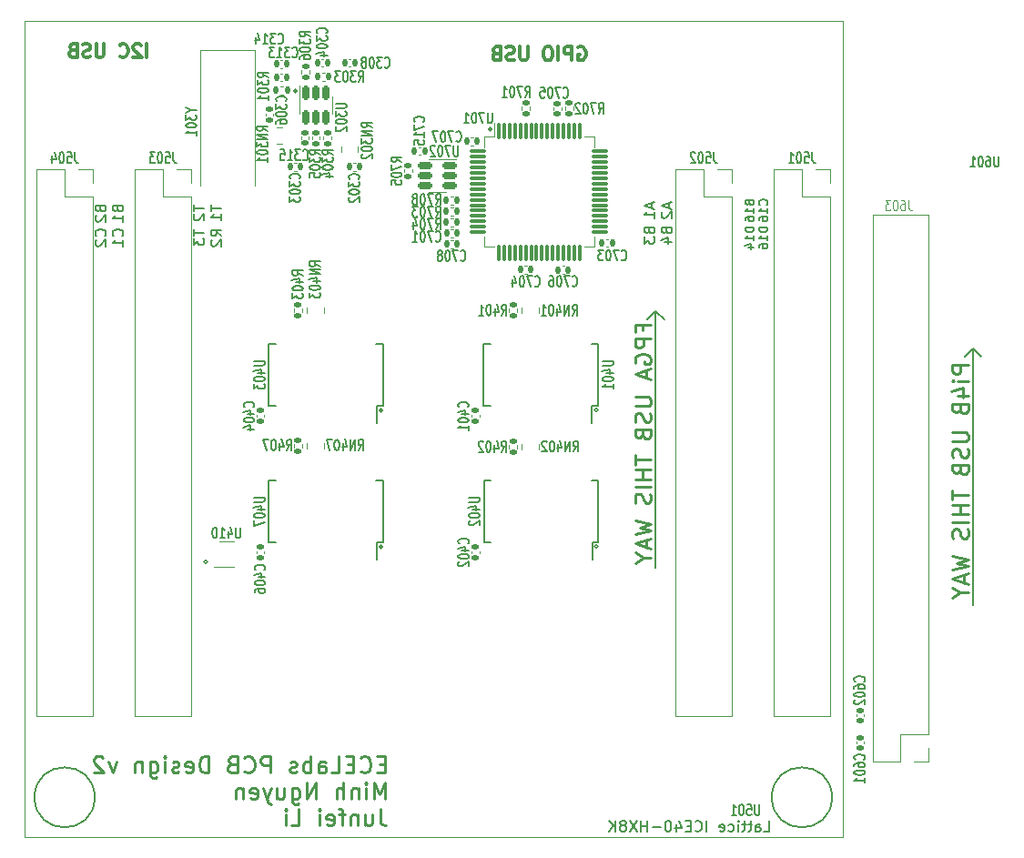
<source format=gbo>
G04 #@! TF.GenerationSoftware,KiCad,Pcbnew,(6.0.7)*
G04 #@! TF.CreationDate,2023-08-04T00:04:24+07:00*
G04 #@! TF.ProjectId,ECELab_v1,4543454c-6162-45f7-9631-2e6b69636164,rev?*
G04 #@! TF.SameCoordinates,Original*
G04 #@! TF.FileFunction,Legend,Bot*
G04 #@! TF.FilePolarity,Positive*
%FSLAX46Y46*%
G04 Gerber Fmt 4.6, Leading zero omitted, Abs format (unit mm)*
G04 Created by KiCad (PCBNEW (6.0.7)) date 2023-08-04 00:04:24*
%MOMM*%
%LPD*%
G01*
G04 APERTURE LIST*
G04 Aperture macros list*
%AMRoundRect*
0 Rectangle with rounded corners*
0 $1 Rounding radius*
0 $2 $3 $4 $5 $6 $7 $8 $9 X,Y pos of 4 corners*
0 Add a 4 corners polygon primitive as box body*
4,1,4,$2,$3,$4,$5,$6,$7,$8,$9,$2,$3,0*
0 Add four circle primitives for the rounded corners*
1,1,$1+$1,$2,$3*
1,1,$1+$1,$4,$5*
1,1,$1+$1,$6,$7*
1,1,$1+$1,$8,$9*
0 Add four rect primitives between the rounded corners*
20,1,$1+$1,$2,$3,$4,$5,0*
20,1,$1+$1,$4,$5,$6,$7,0*
20,1,$1+$1,$6,$7,$8,$9,0*
20,1,$1+$1,$8,$9,$2,$3,0*%
G04 Aperture macros list end*
%ADD10C,0.150000*%
%ADD11C,0.250000*%
%ADD12C,0.300000*%
%ADD13C,0.254000*%
%ADD14C,0.130000*%
%ADD15C,0.125000*%
%ADD16C,0.120000*%
%ADD17C,3.500000*%
%ADD18R,1.700000X1.700000*%
%ADD19O,1.700000X1.700000*%
%ADD20C,0.650000*%
%ADD21O,1.000000X1.600000*%
%ADD22O,1.000000X2.100000*%
%ADD23C,5.000000*%
%ADD24RoundRect,0.075000X-0.075000X0.700000X-0.075000X-0.700000X0.075000X-0.700000X0.075000X0.700000X0*%
%ADD25RoundRect,0.075000X-0.700000X0.075000X-0.700000X-0.075000X0.700000X-0.075000X0.700000X0.075000X0*%
%ADD26RoundRect,0.140000X-0.140000X-0.170000X0.140000X-0.170000X0.140000X0.170000X-0.140000X0.170000X0*%
%ADD27R,0.450000X1.750000*%
%ADD28RoundRect,0.140000X-0.170000X0.140000X-0.170000X-0.140000X0.170000X-0.140000X0.170000X0.140000X0*%
%ADD29RoundRect,0.135000X-0.185000X0.135000X-0.185000X-0.135000X0.185000X-0.135000X0.185000X0.135000X0*%
%ADD30R,0.500000X0.400000*%
%ADD31RoundRect,0.135000X0.185000X-0.135000X0.185000X0.135000X-0.185000X0.135000X-0.185000X-0.135000X0*%
%ADD32RoundRect,0.135000X-0.135000X-0.185000X0.135000X-0.185000X0.135000X0.185000X-0.135000X0.185000X0*%
%ADD33RoundRect,0.140000X0.140000X0.170000X-0.140000X0.170000X-0.140000X-0.170000X0.140000X-0.170000X0*%
%ADD34RoundRect,0.135000X0.135000X0.185000X-0.135000X0.185000X-0.135000X-0.185000X0.135000X-0.185000X0*%
%ADD35R,0.650000X0.400000*%
%ADD36R,0.400000X0.500000*%
%ADD37RoundRect,0.140000X0.170000X-0.140000X0.170000X0.140000X-0.170000X0.140000X-0.170000X-0.140000X0*%
%ADD38RoundRect,0.150000X0.512500X0.150000X-0.512500X0.150000X-0.512500X-0.150000X0.512500X-0.150000X0*%
%ADD39R,2.000000X4.500000*%
%ADD40RoundRect,0.150000X-0.150000X0.512500X-0.150000X-0.512500X0.150000X-0.512500X0.150000X0.512500X0*%
G04 APERTURE END LIST*
D10*
X256692400Y-122732800D02*
X256692400Y-98856800D01*
X201810000Y-104620000D02*
G75*
G03*
X201810000Y-104620000I-169706J0D01*
G01*
X227177600Y-95351600D02*
X226390200Y-96139000D01*
X211960000Y-78450000D02*
G75*
G03*
X211960000Y-78450000I-169706J0D01*
G01*
X221810000Y-117270000D02*
G75*
G03*
X221810000Y-117270000I-169706J0D01*
G01*
X221810000Y-104590000D02*
G75*
G03*
X221810000Y-104590000I-169706J0D01*
G01*
X227177600Y-95351600D02*
X227965000Y-96139000D01*
X256692400Y-98856800D02*
X257479800Y-99644200D01*
X256692400Y-98856800D02*
X255905000Y-99644200D01*
X193809706Y-74880000D02*
G75*
G03*
X193809706Y-74880000I-169706J0D01*
G01*
X227177600Y-119227600D02*
X227177600Y-95351600D01*
X185470000Y-118690000D02*
G75*
G03*
X185470000Y-118690000I-169706J0D01*
G01*
X201790000Y-117320000D02*
G75*
G03*
X201790000Y-117320000I-169706J0D01*
G01*
D11*
X256253371Y-100375000D02*
X254753371Y-100375000D01*
X254753371Y-100946428D01*
X254824800Y-101089285D01*
X254896228Y-101160714D01*
X255039085Y-101232142D01*
X255253371Y-101232142D01*
X255396228Y-101160714D01*
X255467657Y-101089285D01*
X255539085Y-100946428D01*
X255539085Y-100375000D01*
X256253371Y-101875000D02*
X255253371Y-101875000D01*
X254753371Y-101875000D02*
X254824800Y-101803571D01*
X254896228Y-101875000D01*
X254824800Y-101946428D01*
X254753371Y-101875000D01*
X254896228Y-101875000D01*
X255253371Y-103232142D02*
X256253371Y-103232142D01*
X254681942Y-102875000D02*
X255753371Y-102517857D01*
X255753371Y-103446428D01*
X255467657Y-104517857D02*
X255539085Y-104732142D01*
X255610514Y-104803571D01*
X255753371Y-104875000D01*
X255967657Y-104875000D01*
X256110514Y-104803571D01*
X256181942Y-104732142D01*
X256253371Y-104589285D01*
X256253371Y-104017857D01*
X254753371Y-104017857D01*
X254753371Y-104517857D01*
X254824800Y-104660714D01*
X254896228Y-104732142D01*
X255039085Y-104803571D01*
X255181942Y-104803571D01*
X255324800Y-104732142D01*
X255396228Y-104660714D01*
X255467657Y-104517857D01*
X255467657Y-104017857D01*
X254753371Y-106660714D02*
X255967657Y-106660714D01*
X256110514Y-106732142D01*
X256181942Y-106803571D01*
X256253371Y-106946428D01*
X256253371Y-107232142D01*
X256181942Y-107375000D01*
X256110514Y-107446428D01*
X255967657Y-107517857D01*
X254753371Y-107517857D01*
X256181942Y-108160714D02*
X256253371Y-108375000D01*
X256253371Y-108732142D01*
X256181942Y-108875000D01*
X256110514Y-108946428D01*
X255967657Y-109017857D01*
X255824800Y-109017857D01*
X255681942Y-108946428D01*
X255610514Y-108875000D01*
X255539085Y-108732142D01*
X255467657Y-108446428D01*
X255396228Y-108303571D01*
X255324800Y-108232142D01*
X255181942Y-108160714D01*
X255039085Y-108160714D01*
X254896228Y-108232142D01*
X254824800Y-108303571D01*
X254753371Y-108446428D01*
X254753371Y-108803571D01*
X254824800Y-109017857D01*
X255467657Y-110160714D02*
X255539085Y-110375000D01*
X255610514Y-110446428D01*
X255753371Y-110517857D01*
X255967657Y-110517857D01*
X256110514Y-110446428D01*
X256181942Y-110375000D01*
X256253371Y-110232142D01*
X256253371Y-109660714D01*
X254753371Y-109660714D01*
X254753371Y-110160714D01*
X254824800Y-110303571D01*
X254896228Y-110375000D01*
X255039085Y-110446428D01*
X255181942Y-110446428D01*
X255324800Y-110375000D01*
X255396228Y-110303571D01*
X255467657Y-110160714D01*
X255467657Y-109660714D01*
X254753371Y-112089285D02*
X254753371Y-112946428D01*
X256253371Y-112517857D02*
X254753371Y-112517857D01*
X256253371Y-113446428D02*
X254753371Y-113446428D01*
X255467657Y-113446428D02*
X255467657Y-114303571D01*
X256253371Y-114303571D02*
X254753371Y-114303571D01*
X256253371Y-115017857D02*
X254753371Y-115017857D01*
X256181942Y-115660714D02*
X256253371Y-115875000D01*
X256253371Y-116232142D01*
X256181942Y-116375000D01*
X256110514Y-116446428D01*
X255967657Y-116517857D01*
X255824800Y-116517857D01*
X255681942Y-116446428D01*
X255610514Y-116375000D01*
X255539085Y-116232142D01*
X255467657Y-115946428D01*
X255396228Y-115803571D01*
X255324800Y-115732142D01*
X255181942Y-115660714D01*
X255039085Y-115660714D01*
X254896228Y-115732142D01*
X254824800Y-115803571D01*
X254753371Y-115946428D01*
X254753371Y-116303571D01*
X254824800Y-116517857D01*
X254753371Y-118160714D02*
X256253371Y-118517857D01*
X255181942Y-118803571D01*
X256253371Y-119089285D01*
X254753371Y-119446428D01*
X255824800Y-119946428D02*
X255824800Y-120660714D01*
X256253371Y-119803571D02*
X254753371Y-120303571D01*
X256253371Y-120803571D01*
X255539085Y-121589285D02*
X256253371Y-121589285D01*
X254753371Y-121089285D02*
X255539085Y-121589285D01*
X254753371Y-122089285D01*
D12*
X179822028Y-71761676D02*
X179822028Y-70511676D01*
X179286314Y-70630723D02*
X179226790Y-70571200D01*
X179107742Y-70511676D01*
X178810123Y-70511676D01*
X178691076Y-70571200D01*
X178631552Y-70630723D01*
X178572028Y-70749771D01*
X178572028Y-70868819D01*
X178631552Y-71047390D01*
X179345838Y-71761676D01*
X178572028Y-71761676D01*
X177322028Y-71642628D02*
X177381552Y-71702152D01*
X177560123Y-71761676D01*
X177679171Y-71761676D01*
X177857742Y-71702152D01*
X177976790Y-71583104D01*
X178036314Y-71464057D01*
X178095838Y-71225961D01*
X178095838Y-71047390D01*
X178036314Y-70809295D01*
X177976790Y-70690247D01*
X177857742Y-70571200D01*
X177679171Y-70511676D01*
X177560123Y-70511676D01*
X177381552Y-70571200D01*
X177322028Y-70630723D01*
X175833933Y-70511676D02*
X175833933Y-71523580D01*
X175774409Y-71642628D01*
X175714885Y-71702152D01*
X175595838Y-71761676D01*
X175357742Y-71761676D01*
X175238695Y-71702152D01*
X175179171Y-71642628D01*
X175119647Y-71523580D01*
X175119647Y-70511676D01*
X174583933Y-71702152D02*
X174405361Y-71761676D01*
X174107742Y-71761676D01*
X173988695Y-71702152D01*
X173929171Y-71642628D01*
X173869647Y-71523580D01*
X173869647Y-71404533D01*
X173929171Y-71285485D01*
X173988695Y-71225961D01*
X174107742Y-71166438D01*
X174345838Y-71106914D01*
X174464885Y-71047390D01*
X174524409Y-70987866D01*
X174583933Y-70868819D01*
X174583933Y-70749771D01*
X174524409Y-70630723D01*
X174464885Y-70571200D01*
X174345838Y-70511676D01*
X174048219Y-70511676D01*
X173869647Y-70571200D01*
X172917266Y-71106914D02*
X172738695Y-71166438D01*
X172679171Y-71225961D01*
X172619647Y-71345009D01*
X172619647Y-71523580D01*
X172679171Y-71642628D01*
X172738695Y-71702152D01*
X172857742Y-71761676D01*
X173333933Y-71761676D01*
X173333933Y-70511676D01*
X172917266Y-70511676D01*
X172798219Y-70571200D01*
X172738695Y-70630723D01*
X172679171Y-70749771D01*
X172679171Y-70868819D01*
X172738695Y-70987866D01*
X172798219Y-71047390D01*
X172917266Y-71106914D01*
X173333933Y-71106914D01*
X219958390Y-70850600D02*
X220077438Y-70791076D01*
X220256009Y-70791076D01*
X220434580Y-70850600D01*
X220553628Y-70969647D01*
X220613152Y-71088695D01*
X220672676Y-71326790D01*
X220672676Y-71505361D01*
X220613152Y-71743457D01*
X220553628Y-71862504D01*
X220434580Y-71981552D01*
X220256009Y-72041076D01*
X220136961Y-72041076D01*
X219958390Y-71981552D01*
X219898866Y-71922028D01*
X219898866Y-71505361D01*
X220136961Y-71505361D01*
X219363152Y-72041076D02*
X219363152Y-70791076D01*
X218886961Y-70791076D01*
X218767914Y-70850600D01*
X218708390Y-70910123D01*
X218648866Y-71029171D01*
X218648866Y-71207742D01*
X218708390Y-71326790D01*
X218767914Y-71386314D01*
X218886961Y-71445838D01*
X219363152Y-71445838D01*
X218113152Y-72041076D02*
X218113152Y-70791076D01*
X217279819Y-70791076D02*
X217041723Y-70791076D01*
X216922676Y-70850600D01*
X216803628Y-70969647D01*
X216744104Y-71207742D01*
X216744104Y-71624409D01*
X216803628Y-71862504D01*
X216922676Y-71981552D01*
X217041723Y-72041076D01*
X217279819Y-72041076D01*
X217398866Y-71981552D01*
X217517914Y-71862504D01*
X217577438Y-71624409D01*
X217577438Y-71207742D01*
X217517914Y-70969647D01*
X217398866Y-70850600D01*
X217279819Y-70791076D01*
X215256009Y-70791076D02*
X215256009Y-71802980D01*
X215196485Y-71922028D01*
X215136961Y-71981552D01*
X215017914Y-72041076D01*
X214779819Y-72041076D01*
X214660771Y-71981552D01*
X214601247Y-71922028D01*
X214541723Y-71802980D01*
X214541723Y-70791076D01*
X214006009Y-71981552D02*
X213827438Y-72041076D01*
X213529819Y-72041076D01*
X213410771Y-71981552D01*
X213351247Y-71922028D01*
X213291723Y-71802980D01*
X213291723Y-71683933D01*
X213351247Y-71564885D01*
X213410771Y-71505361D01*
X213529819Y-71445838D01*
X213767914Y-71386314D01*
X213886961Y-71326790D01*
X213946485Y-71267266D01*
X214006009Y-71148219D01*
X214006009Y-71029171D01*
X213946485Y-70910123D01*
X213886961Y-70850600D01*
X213767914Y-70791076D01*
X213470295Y-70791076D01*
X213291723Y-70850600D01*
X212339342Y-71386314D02*
X212160771Y-71445838D01*
X212101247Y-71505361D01*
X212041723Y-71624409D01*
X212041723Y-71802980D01*
X212101247Y-71922028D01*
X212160771Y-71981552D01*
X212279819Y-72041076D01*
X212756009Y-72041076D01*
X212756009Y-70791076D01*
X212339342Y-70791076D01*
X212220295Y-70850600D01*
X212160771Y-70910123D01*
X212101247Y-71029171D01*
X212101247Y-71148219D01*
X212160771Y-71267266D01*
X212220295Y-71326790D01*
X212339342Y-71386314D01*
X212756009Y-71386314D01*
D13*
X201960842Y-137543902D02*
X201452842Y-137543902D01*
X201235128Y-138342188D02*
X201960842Y-138342188D01*
X201960842Y-136818188D01*
X201235128Y-136818188D01*
X199711128Y-138197045D02*
X199783700Y-138269617D01*
X200001414Y-138342188D01*
X200146557Y-138342188D01*
X200364271Y-138269617D01*
X200509414Y-138124474D01*
X200581985Y-137979331D01*
X200654557Y-137689045D01*
X200654557Y-137471331D01*
X200581985Y-137181045D01*
X200509414Y-137035902D01*
X200364271Y-136890760D01*
X200146557Y-136818188D01*
X200001414Y-136818188D01*
X199783700Y-136890760D01*
X199711128Y-136963331D01*
X199057985Y-137543902D02*
X198549985Y-137543902D01*
X198332271Y-138342188D02*
X199057985Y-138342188D01*
X199057985Y-136818188D01*
X198332271Y-136818188D01*
X196953414Y-138342188D02*
X197679128Y-138342188D01*
X197679128Y-136818188D01*
X195792271Y-138342188D02*
X195792271Y-137543902D01*
X195864842Y-137398760D01*
X196009985Y-137326188D01*
X196300271Y-137326188D01*
X196445414Y-137398760D01*
X195792271Y-138269617D02*
X195937414Y-138342188D01*
X196300271Y-138342188D01*
X196445414Y-138269617D01*
X196517985Y-138124474D01*
X196517985Y-137979331D01*
X196445414Y-137834188D01*
X196300271Y-137761617D01*
X195937414Y-137761617D01*
X195792271Y-137689045D01*
X195066557Y-138342188D02*
X195066557Y-136818188D01*
X195066557Y-137398760D02*
X194921414Y-137326188D01*
X194631128Y-137326188D01*
X194485985Y-137398760D01*
X194413414Y-137471331D01*
X194340842Y-137616474D01*
X194340842Y-138051902D01*
X194413414Y-138197045D01*
X194485985Y-138269617D01*
X194631128Y-138342188D01*
X194921414Y-138342188D01*
X195066557Y-138269617D01*
X193760271Y-138269617D02*
X193615128Y-138342188D01*
X193324842Y-138342188D01*
X193179700Y-138269617D01*
X193107128Y-138124474D01*
X193107128Y-138051902D01*
X193179700Y-137906760D01*
X193324842Y-137834188D01*
X193542557Y-137834188D01*
X193687700Y-137761617D01*
X193760271Y-137616474D01*
X193760271Y-137543902D01*
X193687700Y-137398760D01*
X193542557Y-137326188D01*
X193324842Y-137326188D01*
X193179700Y-137398760D01*
X191292842Y-138342188D02*
X191292842Y-136818188D01*
X190712271Y-136818188D01*
X190567128Y-136890760D01*
X190494557Y-136963331D01*
X190421985Y-137108474D01*
X190421985Y-137326188D01*
X190494557Y-137471331D01*
X190567128Y-137543902D01*
X190712271Y-137616474D01*
X191292842Y-137616474D01*
X188897985Y-138197045D02*
X188970557Y-138269617D01*
X189188271Y-138342188D01*
X189333414Y-138342188D01*
X189551128Y-138269617D01*
X189696271Y-138124474D01*
X189768842Y-137979331D01*
X189841414Y-137689045D01*
X189841414Y-137471331D01*
X189768842Y-137181045D01*
X189696271Y-137035902D01*
X189551128Y-136890760D01*
X189333414Y-136818188D01*
X189188271Y-136818188D01*
X188970557Y-136890760D01*
X188897985Y-136963331D01*
X187736842Y-137543902D02*
X187519128Y-137616474D01*
X187446557Y-137689045D01*
X187373985Y-137834188D01*
X187373985Y-138051902D01*
X187446557Y-138197045D01*
X187519128Y-138269617D01*
X187664271Y-138342188D01*
X188244842Y-138342188D01*
X188244842Y-136818188D01*
X187736842Y-136818188D01*
X187591700Y-136890760D01*
X187519128Y-136963331D01*
X187446557Y-137108474D01*
X187446557Y-137253617D01*
X187519128Y-137398760D01*
X187591700Y-137471331D01*
X187736842Y-137543902D01*
X188244842Y-137543902D01*
X185559700Y-138342188D02*
X185559700Y-136818188D01*
X185196842Y-136818188D01*
X184979128Y-136890760D01*
X184833985Y-137035902D01*
X184761414Y-137181045D01*
X184688842Y-137471331D01*
X184688842Y-137689045D01*
X184761414Y-137979331D01*
X184833985Y-138124474D01*
X184979128Y-138269617D01*
X185196842Y-138342188D01*
X185559700Y-138342188D01*
X183455128Y-138269617D02*
X183600271Y-138342188D01*
X183890557Y-138342188D01*
X184035700Y-138269617D01*
X184108271Y-138124474D01*
X184108271Y-137543902D01*
X184035700Y-137398760D01*
X183890557Y-137326188D01*
X183600271Y-137326188D01*
X183455128Y-137398760D01*
X183382557Y-137543902D01*
X183382557Y-137689045D01*
X184108271Y-137834188D01*
X182801985Y-138269617D02*
X182656842Y-138342188D01*
X182366557Y-138342188D01*
X182221414Y-138269617D01*
X182148842Y-138124474D01*
X182148842Y-138051902D01*
X182221414Y-137906760D01*
X182366557Y-137834188D01*
X182584271Y-137834188D01*
X182729414Y-137761617D01*
X182801985Y-137616474D01*
X182801985Y-137543902D01*
X182729414Y-137398760D01*
X182584271Y-137326188D01*
X182366557Y-137326188D01*
X182221414Y-137398760D01*
X181495700Y-138342188D02*
X181495700Y-137326188D01*
X181495700Y-136818188D02*
X181568271Y-136890760D01*
X181495700Y-136963331D01*
X181423128Y-136890760D01*
X181495700Y-136818188D01*
X181495700Y-136963331D01*
X180116842Y-137326188D02*
X180116842Y-138559902D01*
X180189414Y-138705045D01*
X180261985Y-138777617D01*
X180407128Y-138850188D01*
X180624842Y-138850188D01*
X180769985Y-138777617D01*
X180116842Y-138269617D02*
X180261985Y-138342188D01*
X180552271Y-138342188D01*
X180697414Y-138269617D01*
X180769985Y-138197045D01*
X180842557Y-138051902D01*
X180842557Y-137616474D01*
X180769985Y-137471331D01*
X180697414Y-137398760D01*
X180552271Y-137326188D01*
X180261985Y-137326188D01*
X180116842Y-137398760D01*
X179391128Y-137326188D02*
X179391128Y-138342188D01*
X179391128Y-137471331D02*
X179318557Y-137398760D01*
X179173414Y-137326188D01*
X178955700Y-137326188D01*
X178810557Y-137398760D01*
X178737985Y-137543902D01*
X178737985Y-138342188D01*
X176996271Y-137326188D02*
X176633414Y-138342188D01*
X176270557Y-137326188D01*
X175762557Y-136963331D02*
X175689985Y-136890760D01*
X175544842Y-136818188D01*
X175181985Y-136818188D01*
X175036842Y-136890760D01*
X174964271Y-136963331D01*
X174891700Y-137108474D01*
X174891700Y-137253617D01*
X174964271Y-137471331D01*
X175835128Y-138342188D01*
X174891700Y-138342188D01*
X201960842Y-140795828D02*
X201960842Y-139271828D01*
X201452842Y-140360400D01*
X200944842Y-139271828D01*
X200944842Y-140795828D01*
X200219128Y-140795828D02*
X200219128Y-139779828D01*
X200219128Y-139271828D02*
X200291700Y-139344400D01*
X200219128Y-139416971D01*
X200146557Y-139344400D01*
X200219128Y-139271828D01*
X200219128Y-139416971D01*
X199493414Y-139779828D02*
X199493414Y-140795828D01*
X199493414Y-139924971D02*
X199420842Y-139852400D01*
X199275700Y-139779828D01*
X199057985Y-139779828D01*
X198912842Y-139852400D01*
X198840271Y-139997542D01*
X198840271Y-140795828D01*
X198114557Y-140795828D02*
X198114557Y-139271828D01*
X197461414Y-140795828D02*
X197461414Y-139997542D01*
X197533985Y-139852400D01*
X197679128Y-139779828D01*
X197896842Y-139779828D01*
X198041985Y-139852400D01*
X198114557Y-139924971D01*
X195574557Y-140795828D02*
X195574557Y-139271828D01*
X194703700Y-140795828D01*
X194703700Y-139271828D01*
X193324842Y-139779828D02*
X193324842Y-141013542D01*
X193397414Y-141158685D01*
X193469985Y-141231257D01*
X193615128Y-141303828D01*
X193832842Y-141303828D01*
X193977985Y-141231257D01*
X193324842Y-140723257D02*
X193469985Y-140795828D01*
X193760271Y-140795828D01*
X193905414Y-140723257D01*
X193977985Y-140650685D01*
X194050557Y-140505542D01*
X194050557Y-140070114D01*
X193977985Y-139924971D01*
X193905414Y-139852400D01*
X193760271Y-139779828D01*
X193469985Y-139779828D01*
X193324842Y-139852400D01*
X191945985Y-139779828D02*
X191945985Y-140795828D01*
X192599128Y-139779828D02*
X192599128Y-140578114D01*
X192526557Y-140723257D01*
X192381414Y-140795828D01*
X192163700Y-140795828D01*
X192018557Y-140723257D01*
X191945985Y-140650685D01*
X191365414Y-139779828D02*
X191002557Y-140795828D01*
X190639700Y-139779828D02*
X191002557Y-140795828D01*
X191147700Y-141158685D01*
X191220271Y-141231257D01*
X191365414Y-141303828D01*
X189478557Y-140723257D02*
X189623700Y-140795828D01*
X189913985Y-140795828D01*
X190059128Y-140723257D01*
X190131700Y-140578114D01*
X190131700Y-139997542D01*
X190059128Y-139852400D01*
X189913985Y-139779828D01*
X189623700Y-139779828D01*
X189478557Y-139852400D01*
X189405985Y-139997542D01*
X189405985Y-140142685D01*
X190131700Y-140287828D01*
X188752842Y-139779828D02*
X188752842Y-140795828D01*
X188752842Y-139924971D02*
X188680271Y-139852400D01*
X188535128Y-139779828D01*
X188317414Y-139779828D01*
X188172271Y-139852400D01*
X188099700Y-139997542D01*
X188099700Y-140795828D01*
X201525414Y-141725468D02*
X201525414Y-142814040D01*
X201597985Y-143031754D01*
X201743128Y-143176897D01*
X201960842Y-143249468D01*
X202105985Y-143249468D01*
X200146557Y-142233468D02*
X200146557Y-143249468D01*
X200799700Y-142233468D02*
X200799700Y-143031754D01*
X200727128Y-143176897D01*
X200581985Y-143249468D01*
X200364271Y-143249468D01*
X200219128Y-143176897D01*
X200146557Y-143104325D01*
X199420842Y-142233468D02*
X199420842Y-143249468D01*
X199420842Y-142378611D02*
X199348271Y-142306040D01*
X199203128Y-142233468D01*
X198985414Y-142233468D01*
X198840271Y-142306040D01*
X198767700Y-142451182D01*
X198767700Y-143249468D01*
X198259700Y-142233468D02*
X197679128Y-142233468D01*
X198041985Y-143249468D02*
X198041985Y-141943182D01*
X197969414Y-141798040D01*
X197824271Y-141725468D01*
X197679128Y-141725468D01*
X196590557Y-143176897D02*
X196735700Y-143249468D01*
X197025985Y-143249468D01*
X197171128Y-143176897D01*
X197243700Y-143031754D01*
X197243700Y-142451182D01*
X197171128Y-142306040D01*
X197025985Y-142233468D01*
X196735700Y-142233468D01*
X196590557Y-142306040D01*
X196517985Y-142451182D01*
X196517985Y-142596325D01*
X197243700Y-142741468D01*
X195864842Y-143249468D02*
X195864842Y-142233468D01*
X195864842Y-141725468D02*
X195937414Y-141798040D01*
X195864842Y-141870611D01*
X195792271Y-141798040D01*
X195864842Y-141725468D01*
X195864842Y-141870611D01*
X193252271Y-143249468D02*
X193977985Y-143249468D01*
X193977985Y-141725468D01*
X192744271Y-143249468D02*
X192744271Y-142233468D01*
X192744271Y-141725468D02*
X192816842Y-141798040D01*
X192744271Y-141870611D01*
X192671700Y-141798040D01*
X192744271Y-141725468D01*
X192744271Y-141870611D01*
D10*
X236819914Y-141285980D02*
X236819914Y-142095504D01*
X236784200Y-142190742D01*
X236748485Y-142238361D01*
X236677057Y-142285980D01*
X236534200Y-142285980D01*
X236462771Y-142238361D01*
X236427057Y-142190742D01*
X236391342Y-142095504D01*
X236391342Y-141285980D01*
X235677057Y-141285980D02*
X236034200Y-141285980D01*
X236069914Y-141762171D01*
X236034200Y-141714552D01*
X235962771Y-141666933D01*
X235784200Y-141666933D01*
X235712771Y-141714552D01*
X235677057Y-141762171D01*
X235641342Y-141857409D01*
X235641342Y-142095504D01*
X235677057Y-142190742D01*
X235712771Y-142238361D01*
X235784200Y-142285980D01*
X235962771Y-142285980D01*
X236034200Y-142238361D01*
X236069914Y-142190742D01*
X235177057Y-141285980D02*
X235105628Y-141285980D01*
X235034200Y-141333600D01*
X234998485Y-141381219D01*
X234962771Y-141476457D01*
X234927057Y-141666933D01*
X234927057Y-141905028D01*
X234962771Y-142095504D01*
X234998485Y-142190742D01*
X235034200Y-142238361D01*
X235105628Y-142285980D01*
X235177057Y-142285980D01*
X235248485Y-142238361D01*
X235284200Y-142190742D01*
X235319914Y-142095504D01*
X235355628Y-141905028D01*
X235355628Y-141666933D01*
X235319914Y-141476457D01*
X235284200Y-141381219D01*
X235248485Y-141333600D01*
X235177057Y-141285980D01*
X234212771Y-142285980D02*
X234641342Y-142285980D01*
X234427057Y-142285980D02*
X234427057Y-141285980D01*
X234498485Y-141428838D01*
X234569914Y-141524076D01*
X234641342Y-141571695D01*
D14*
X236293904Y-87585571D02*
X235493904Y-87585571D01*
X235493904Y-87776047D01*
X235532000Y-87890333D01*
X235608190Y-87966523D01*
X235684380Y-88004619D01*
X235836761Y-88042714D01*
X235951047Y-88042714D01*
X236103428Y-88004619D01*
X236179619Y-87966523D01*
X236255809Y-87890333D01*
X236293904Y-87776047D01*
X236293904Y-87585571D01*
X236293904Y-88804619D02*
X236293904Y-88347476D01*
X236293904Y-88576047D02*
X235493904Y-88576047D01*
X235608190Y-88499857D01*
X235684380Y-88423666D01*
X235722476Y-88347476D01*
X235760571Y-89490333D02*
X236293904Y-89490333D01*
X235455809Y-89299857D02*
X236027238Y-89109380D01*
X236027238Y-89604619D01*
X237581904Y-87585571D02*
X236781904Y-87585571D01*
X236781904Y-87776047D01*
X236820000Y-87890333D01*
X236896190Y-87966523D01*
X236972380Y-88004619D01*
X237124761Y-88042714D01*
X237239047Y-88042714D01*
X237391428Y-88004619D01*
X237467619Y-87966523D01*
X237543809Y-87890333D01*
X237581904Y-87776047D01*
X237581904Y-87585571D01*
X237581904Y-88804619D02*
X237581904Y-88347476D01*
X237581904Y-88576047D02*
X236781904Y-88576047D01*
X236896190Y-88499857D01*
X236972380Y-88423666D01*
X237010476Y-88347476D01*
X236781904Y-89490333D02*
X236781904Y-89337952D01*
X236820000Y-89261761D01*
X236858095Y-89223666D01*
X236972380Y-89147476D01*
X237124761Y-89109380D01*
X237429523Y-89109380D01*
X237505714Y-89147476D01*
X237543809Y-89185571D01*
X237581904Y-89261761D01*
X237581904Y-89414142D01*
X237543809Y-89490333D01*
X237505714Y-89528428D01*
X237429523Y-89566523D01*
X237239047Y-89566523D01*
X237162857Y-89528428D01*
X237124761Y-89490333D01*
X237086666Y-89414142D01*
X237086666Y-89261761D01*
X237124761Y-89185571D01*
X237162857Y-89147476D01*
X237239047Y-89109380D01*
D10*
X184169380Y-85509095D02*
X184169380Y-86080523D01*
X185169380Y-85794809D02*
X184169380Y-85794809D01*
X184264619Y-86366238D02*
X184217000Y-86413857D01*
X184169380Y-86509095D01*
X184169380Y-86747190D01*
X184217000Y-86842428D01*
X184264619Y-86890047D01*
X184359857Y-86937666D01*
X184455095Y-86937666D01*
X184597952Y-86890047D01*
X185169380Y-86318619D01*
X185169380Y-86937666D01*
X185779380Y-85509095D02*
X185779380Y-86080523D01*
X186779380Y-85794809D02*
X185779380Y-85794809D01*
X186779380Y-86937666D02*
X186779380Y-86366238D01*
X186779380Y-86651952D02*
X185779380Y-86651952D01*
X185922238Y-86556714D01*
X186017476Y-86461476D01*
X186065095Y-86366238D01*
D14*
X235874857Y-85312238D02*
X235912952Y-85426523D01*
X235951047Y-85464619D01*
X236027238Y-85502714D01*
X236141523Y-85502714D01*
X236217714Y-85464619D01*
X236255809Y-85426523D01*
X236293904Y-85350333D01*
X236293904Y-85045571D01*
X235493904Y-85045571D01*
X235493904Y-85312238D01*
X235532000Y-85388428D01*
X235570095Y-85426523D01*
X235646285Y-85464619D01*
X235722476Y-85464619D01*
X235798666Y-85426523D01*
X235836761Y-85388428D01*
X235874857Y-85312238D01*
X235874857Y-85045571D01*
X236293904Y-86264619D02*
X236293904Y-85807476D01*
X236293904Y-86036047D02*
X235493904Y-86036047D01*
X235608190Y-85959857D01*
X235684380Y-85883666D01*
X235722476Y-85807476D01*
X235493904Y-86950333D02*
X235493904Y-86797952D01*
X235532000Y-86721761D01*
X235570095Y-86683666D01*
X235684380Y-86607476D01*
X235836761Y-86569380D01*
X236141523Y-86569380D01*
X236217714Y-86607476D01*
X236255809Y-86645571D01*
X236293904Y-86721761D01*
X236293904Y-86874142D01*
X236255809Y-86950333D01*
X236217714Y-86988428D01*
X236141523Y-87026523D01*
X235951047Y-87026523D01*
X235874857Y-86988428D01*
X235836761Y-86950333D01*
X235798666Y-86874142D01*
X235798666Y-86721761D01*
X235836761Y-86645571D01*
X235874857Y-86607476D01*
X235951047Y-86569380D01*
X237505714Y-85502714D02*
X237543809Y-85464619D01*
X237581904Y-85350333D01*
X237581904Y-85274142D01*
X237543809Y-85159857D01*
X237467619Y-85083666D01*
X237391428Y-85045571D01*
X237239047Y-85007476D01*
X237124761Y-85007476D01*
X236972380Y-85045571D01*
X236896190Y-85083666D01*
X236820000Y-85159857D01*
X236781904Y-85274142D01*
X236781904Y-85350333D01*
X236820000Y-85464619D01*
X236858095Y-85502714D01*
X237581904Y-86264619D02*
X237581904Y-85807476D01*
X237581904Y-86036047D02*
X236781904Y-86036047D01*
X236896190Y-85959857D01*
X236972380Y-85883666D01*
X237010476Y-85807476D01*
X236781904Y-86950333D02*
X236781904Y-86797952D01*
X236820000Y-86721761D01*
X236858095Y-86683666D01*
X236972380Y-86607476D01*
X237124761Y-86569380D01*
X237429523Y-86569380D01*
X237505714Y-86607476D01*
X237543809Y-86645571D01*
X237581904Y-86721761D01*
X237581904Y-86874142D01*
X237543809Y-86950333D01*
X237505714Y-86988428D01*
X237429523Y-87026523D01*
X237239047Y-87026523D01*
X237162857Y-86988428D01*
X237124761Y-86950333D01*
X237086666Y-86874142D01*
X237086666Y-86721761D01*
X237124761Y-86645571D01*
X237162857Y-86607476D01*
X237239047Y-86569380D01*
D10*
X226555571Y-87898238D02*
X226603190Y-88041095D01*
X226650809Y-88088714D01*
X226746047Y-88136333D01*
X226888904Y-88136333D01*
X226984142Y-88088714D01*
X227031761Y-88041095D01*
X227079380Y-87945857D01*
X227079380Y-87564904D01*
X226079380Y-87564904D01*
X226079380Y-87898238D01*
X226127000Y-87993476D01*
X226174619Y-88041095D01*
X226269857Y-88088714D01*
X226365095Y-88088714D01*
X226460333Y-88041095D01*
X226507952Y-87993476D01*
X226555571Y-87898238D01*
X226555571Y-87564904D01*
X226079380Y-88469666D02*
X226079380Y-89088714D01*
X226460333Y-88755380D01*
X226460333Y-88898238D01*
X226507952Y-88993476D01*
X226555571Y-89041095D01*
X226650809Y-89088714D01*
X226888904Y-89088714D01*
X226984142Y-89041095D01*
X227031761Y-88993476D01*
X227079380Y-88898238D01*
X227079380Y-88612523D01*
X227031761Y-88517285D01*
X226984142Y-88469666D01*
X228165571Y-87898238D02*
X228213190Y-88041095D01*
X228260809Y-88088714D01*
X228356047Y-88136333D01*
X228498904Y-88136333D01*
X228594142Y-88088714D01*
X228641761Y-88041095D01*
X228689380Y-87945857D01*
X228689380Y-87564904D01*
X227689380Y-87564904D01*
X227689380Y-87898238D01*
X227737000Y-87993476D01*
X227784619Y-88041095D01*
X227879857Y-88088714D01*
X227975095Y-88088714D01*
X228070333Y-88041095D01*
X228117952Y-87993476D01*
X228165571Y-87898238D01*
X228165571Y-87564904D01*
X228022714Y-88993476D02*
X228689380Y-88993476D01*
X227641761Y-88755380D02*
X228356047Y-88517285D01*
X228356047Y-89136333D01*
X237230371Y-143809980D02*
X237706561Y-143809980D01*
X237706561Y-142809980D01*
X236468466Y-143809980D02*
X236468466Y-143286171D01*
X236516085Y-143190933D01*
X236611323Y-143143314D01*
X236801800Y-143143314D01*
X236897038Y-143190933D01*
X236468466Y-143762361D02*
X236563704Y-143809980D01*
X236801800Y-143809980D01*
X236897038Y-143762361D01*
X236944657Y-143667123D01*
X236944657Y-143571885D01*
X236897038Y-143476647D01*
X236801800Y-143429028D01*
X236563704Y-143429028D01*
X236468466Y-143381409D01*
X236135133Y-143143314D02*
X235754180Y-143143314D01*
X235992276Y-142809980D02*
X235992276Y-143667123D01*
X235944657Y-143762361D01*
X235849419Y-143809980D01*
X235754180Y-143809980D01*
X235563704Y-143143314D02*
X235182752Y-143143314D01*
X235420847Y-142809980D02*
X235420847Y-143667123D01*
X235373228Y-143762361D01*
X235277990Y-143809980D01*
X235182752Y-143809980D01*
X234849419Y-143809980D02*
X234849419Y-143143314D01*
X234849419Y-142809980D02*
X234897038Y-142857600D01*
X234849419Y-142905219D01*
X234801800Y-142857600D01*
X234849419Y-142809980D01*
X234849419Y-142905219D01*
X233944657Y-143762361D02*
X234039895Y-143809980D01*
X234230371Y-143809980D01*
X234325609Y-143762361D01*
X234373228Y-143714742D01*
X234420847Y-143619504D01*
X234420847Y-143333790D01*
X234373228Y-143238552D01*
X234325609Y-143190933D01*
X234230371Y-143143314D01*
X234039895Y-143143314D01*
X233944657Y-143190933D01*
X233135133Y-143762361D02*
X233230371Y-143809980D01*
X233420847Y-143809980D01*
X233516085Y-143762361D01*
X233563704Y-143667123D01*
X233563704Y-143286171D01*
X233516085Y-143190933D01*
X233420847Y-143143314D01*
X233230371Y-143143314D01*
X233135133Y-143190933D01*
X233087514Y-143286171D01*
X233087514Y-143381409D01*
X233563704Y-143476647D01*
X231897038Y-143809980D02*
X231897038Y-142809980D01*
X230849419Y-143714742D02*
X230897038Y-143762361D01*
X231039895Y-143809980D01*
X231135133Y-143809980D01*
X231277990Y-143762361D01*
X231373228Y-143667123D01*
X231420847Y-143571885D01*
X231468466Y-143381409D01*
X231468466Y-143238552D01*
X231420847Y-143048076D01*
X231373228Y-142952838D01*
X231277990Y-142857600D01*
X231135133Y-142809980D01*
X231039895Y-142809980D01*
X230897038Y-142857600D01*
X230849419Y-142905219D01*
X230420847Y-143286171D02*
X230087514Y-143286171D01*
X229944657Y-143809980D02*
X230420847Y-143809980D01*
X230420847Y-142809980D01*
X229944657Y-142809980D01*
X229087514Y-143143314D02*
X229087514Y-143809980D01*
X229325609Y-142762361D02*
X229563704Y-143476647D01*
X228944657Y-143476647D01*
X228373228Y-142809980D02*
X228277990Y-142809980D01*
X228182752Y-142857600D01*
X228135133Y-142905219D01*
X228087514Y-143000457D01*
X228039895Y-143190933D01*
X228039895Y-143429028D01*
X228087514Y-143619504D01*
X228135133Y-143714742D01*
X228182752Y-143762361D01*
X228277990Y-143809980D01*
X228373228Y-143809980D01*
X228468466Y-143762361D01*
X228516085Y-143714742D01*
X228563704Y-143619504D01*
X228611323Y-143429028D01*
X228611323Y-143190933D01*
X228563704Y-143000457D01*
X228516085Y-142905219D01*
X228468466Y-142857600D01*
X228373228Y-142809980D01*
X227611323Y-143429028D02*
X226849419Y-143429028D01*
X226373228Y-143809980D02*
X226373228Y-142809980D01*
X226373228Y-143286171D02*
X225801800Y-143286171D01*
X225801800Y-143809980D02*
X225801800Y-142809980D01*
X225420847Y-142809980D02*
X224754180Y-143809980D01*
X224754180Y-142809980D02*
X225420847Y-143809980D01*
X224230371Y-143238552D02*
X224325609Y-143190933D01*
X224373228Y-143143314D01*
X224420847Y-143048076D01*
X224420847Y-143000457D01*
X224373228Y-142905219D01*
X224325609Y-142857600D01*
X224230371Y-142809980D01*
X224039895Y-142809980D01*
X223944657Y-142857600D01*
X223897038Y-142905219D01*
X223849419Y-143000457D01*
X223849419Y-143048076D01*
X223897038Y-143143314D01*
X223944657Y-143190933D01*
X224039895Y-143238552D01*
X224230371Y-143238552D01*
X224325609Y-143286171D01*
X224373228Y-143333790D01*
X224420847Y-143429028D01*
X224420847Y-143619504D01*
X224373228Y-143714742D01*
X224325609Y-143762361D01*
X224230371Y-143809980D01*
X224039895Y-143809980D01*
X223944657Y-143762361D01*
X223897038Y-143714742D01*
X223849419Y-143619504D01*
X223849419Y-143429028D01*
X223897038Y-143333790D01*
X223944657Y-143286171D01*
X224039895Y-143238552D01*
X223420847Y-143809980D02*
X223420847Y-142809980D01*
X222849419Y-143809980D02*
X223277990Y-143238552D01*
X222849419Y-142809980D02*
X223420847Y-143381409D01*
D11*
X225952857Y-97155514D02*
X225952857Y-96655514D01*
X226738571Y-96655514D02*
X225238571Y-96655514D01*
X225238571Y-97369800D01*
X226738571Y-97941228D02*
X225238571Y-97941228D01*
X225238571Y-98512657D01*
X225310000Y-98655514D01*
X225381428Y-98726942D01*
X225524285Y-98798371D01*
X225738571Y-98798371D01*
X225881428Y-98726942D01*
X225952857Y-98655514D01*
X226024285Y-98512657D01*
X226024285Y-97941228D01*
X225310000Y-100226942D02*
X225238571Y-100084085D01*
X225238571Y-99869800D01*
X225310000Y-99655514D01*
X225452857Y-99512657D01*
X225595714Y-99441228D01*
X225881428Y-99369800D01*
X226095714Y-99369800D01*
X226381428Y-99441228D01*
X226524285Y-99512657D01*
X226667142Y-99655514D01*
X226738571Y-99869800D01*
X226738571Y-100012657D01*
X226667142Y-100226942D01*
X226595714Y-100298371D01*
X226095714Y-100298371D01*
X226095714Y-100012657D01*
X226310000Y-100869800D02*
X226310000Y-101584085D01*
X226738571Y-100726942D02*
X225238571Y-101226942D01*
X226738571Y-101726942D01*
X225238571Y-103369800D02*
X226452857Y-103369800D01*
X226595714Y-103441228D01*
X226667142Y-103512657D01*
X226738571Y-103655514D01*
X226738571Y-103941228D01*
X226667142Y-104084085D01*
X226595714Y-104155514D01*
X226452857Y-104226942D01*
X225238571Y-104226942D01*
X226667142Y-104869800D02*
X226738571Y-105084085D01*
X226738571Y-105441228D01*
X226667142Y-105584085D01*
X226595714Y-105655514D01*
X226452857Y-105726942D01*
X226310000Y-105726942D01*
X226167142Y-105655514D01*
X226095714Y-105584085D01*
X226024285Y-105441228D01*
X225952857Y-105155514D01*
X225881428Y-105012657D01*
X225810000Y-104941228D01*
X225667142Y-104869800D01*
X225524285Y-104869800D01*
X225381428Y-104941228D01*
X225310000Y-105012657D01*
X225238571Y-105155514D01*
X225238571Y-105512657D01*
X225310000Y-105726942D01*
X225952857Y-106869800D02*
X226024285Y-107084085D01*
X226095714Y-107155514D01*
X226238571Y-107226942D01*
X226452857Y-107226942D01*
X226595714Y-107155514D01*
X226667142Y-107084085D01*
X226738571Y-106941228D01*
X226738571Y-106369800D01*
X225238571Y-106369800D01*
X225238571Y-106869800D01*
X225310000Y-107012657D01*
X225381428Y-107084085D01*
X225524285Y-107155514D01*
X225667142Y-107155514D01*
X225810000Y-107084085D01*
X225881428Y-107012657D01*
X225952857Y-106869800D01*
X225952857Y-106369800D01*
X225238571Y-108798371D02*
X225238571Y-109655514D01*
X226738571Y-109226942D02*
X225238571Y-109226942D01*
X226738571Y-110155514D02*
X225238571Y-110155514D01*
X225952857Y-110155514D02*
X225952857Y-111012657D01*
X226738571Y-111012657D02*
X225238571Y-111012657D01*
X226738571Y-111726942D02*
X225238571Y-111726942D01*
X226667142Y-112369800D02*
X226738571Y-112584085D01*
X226738571Y-112941228D01*
X226667142Y-113084085D01*
X226595714Y-113155514D01*
X226452857Y-113226942D01*
X226310000Y-113226942D01*
X226167142Y-113155514D01*
X226095714Y-113084085D01*
X226024285Y-112941228D01*
X225952857Y-112655514D01*
X225881428Y-112512657D01*
X225810000Y-112441228D01*
X225667142Y-112369800D01*
X225524285Y-112369800D01*
X225381428Y-112441228D01*
X225310000Y-112512657D01*
X225238571Y-112655514D01*
X225238571Y-113012657D01*
X225310000Y-113226942D01*
X225238571Y-114869800D02*
X226738571Y-115226942D01*
X225667142Y-115512657D01*
X226738571Y-115798371D01*
X225238571Y-116155514D01*
X226310000Y-116655514D02*
X226310000Y-117369800D01*
X226738571Y-116512657D02*
X225238571Y-117012657D01*
X226738571Y-117512657D01*
X226024285Y-118298371D02*
X226738571Y-118298371D01*
X225238571Y-117798371D02*
X226024285Y-118298371D01*
X225238571Y-118798371D01*
D10*
X175501571Y-85866238D02*
X175549190Y-86009095D01*
X175596809Y-86056714D01*
X175692047Y-86104333D01*
X175834904Y-86104333D01*
X175930142Y-86056714D01*
X175977761Y-86009095D01*
X176025380Y-85913857D01*
X176025380Y-85532904D01*
X175025380Y-85532904D01*
X175025380Y-85866238D01*
X175073000Y-85961476D01*
X175120619Y-86009095D01*
X175215857Y-86056714D01*
X175311095Y-86056714D01*
X175406333Y-86009095D01*
X175453952Y-85961476D01*
X175501571Y-85866238D01*
X175501571Y-85532904D01*
X175120619Y-86485285D02*
X175073000Y-86532904D01*
X175025380Y-86628142D01*
X175025380Y-86866238D01*
X175073000Y-86961476D01*
X175120619Y-87009095D01*
X175215857Y-87056714D01*
X175311095Y-87056714D01*
X175453952Y-87009095D01*
X176025380Y-86437666D01*
X176025380Y-87056714D01*
X177111571Y-85866238D02*
X177159190Y-86009095D01*
X177206809Y-86056714D01*
X177302047Y-86104333D01*
X177444904Y-86104333D01*
X177540142Y-86056714D01*
X177587761Y-86009095D01*
X177635380Y-85913857D01*
X177635380Y-85532904D01*
X176635380Y-85532904D01*
X176635380Y-85866238D01*
X176683000Y-85961476D01*
X176730619Y-86009095D01*
X176825857Y-86056714D01*
X176921095Y-86056714D01*
X177016333Y-86009095D01*
X177063952Y-85961476D01*
X177111571Y-85866238D01*
X177111571Y-85532904D01*
X177635380Y-87056714D02*
X177635380Y-86485285D01*
X177635380Y-86771000D02*
X176635380Y-86771000D01*
X176778238Y-86675761D01*
X176873476Y-86580523D01*
X176921095Y-86485285D01*
X226793666Y-85302714D02*
X226793666Y-85778904D01*
X227079380Y-85207476D02*
X226079380Y-85540809D01*
X227079380Y-85874142D01*
X227079380Y-86731285D02*
X227079380Y-86159857D01*
X227079380Y-86445571D02*
X226079380Y-86445571D01*
X226222238Y-86350333D01*
X226317476Y-86255095D01*
X226365095Y-86159857D01*
X228403666Y-85302714D02*
X228403666Y-85778904D01*
X228689380Y-85207476D02*
X227689380Y-85540809D01*
X228689380Y-85874142D01*
X227784619Y-86159857D02*
X227737000Y-86207476D01*
X227689380Y-86302714D01*
X227689380Y-86540809D01*
X227737000Y-86636047D01*
X227784619Y-86683666D01*
X227879857Y-86731285D01*
X227975095Y-86731285D01*
X228117952Y-86683666D01*
X228689380Y-86112238D01*
X228689380Y-86731285D01*
X184169380Y-87795095D02*
X184169380Y-88366523D01*
X185169380Y-88080809D02*
X184169380Y-88080809D01*
X184169380Y-88604619D02*
X184169380Y-89223666D01*
X184550333Y-88890333D01*
X184550333Y-89033190D01*
X184597952Y-89128428D01*
X184645571Y-89176047D01*
X184740809Y-89223666D01*
X184978904Y-89223666D01*
X185074142Y-89176047D01*
X185121761Y-89128428D01*
X185169380Y-89033190D01*
X185169380Y-88747476D01*
X185121761Y-88652238D01*
X185074142Y-88604619D01*
X186779380Y-88390333D02*
X186303190Y-88057000D01*
X186779380Y-87818904D02*
X185779380Y-87818904D01*
X185779380Y-88199857D01*
X185827000Y-88295095D01*
X185874619Y-88342714D01*
X185969857Y-88390333D01*
X186112714Y-88390333D01*
X186207952Y-88342714D01*
X186255571Y-88295095D01*
X186303190Y-88199857D01*
X186303190Y-87818904D01*
X185874619Y-88771285D02*
X185827000Y-88818904D01*
X185779380Y-88914142D01*
X185779380Y-89152238D01*
X185827000Y-89247476D01*
X185874619Y-89295095D01*
X185969857Y-89342714D01*
X186065095Y-89342714D01*
X186207952Y-89295095D01*
X186779380Y-88723666D01*
X186779380Y-89342714D01*
X175930142Y-88390333D02*
X175977761Y-88342714D01*
X176025380Y-88199857D01*
X176025380Y-88104619D01*
X175977761Y-87961761D01*
X175882523Y-87866523D01*
X175787285Y-87818904D01*
X175596809Y-87771285D01*
X175453952Y-87771285D01*
X175263476Y-87818904D01*
X175168238Y-87866523D01*
X175073000Y-87961761D01*
X175025380Y-88104619D01*
X175025380Y-88199857D01*
X175073000Y-88342714D01*
X175120619Y-88390333D01*
X175120619Y-88771285D02*
X175073000Y-88818904D01*
X175025380Y-88914142D01*
X175025380Y-89152238D01*
X175073000Y-89247476D01*
X175120619Y-89295095D01*
X175215857Y-89342714D01*
X175311095Y-89342714D01*
X175453952Y-89295095D01*
X176025380Y-88723666D01*
X176025380Y-89342714D01*
X177540142Y-88390333D02*
X177587761Y-88342714D01*
X177635380Y-88199857D01*
X177635380Y-88104619D01*
X177587761Y-87961761D01*
X177492523Y-87866523D01*
X177397285Y-87818904D01*
X177206809Y-87771285D01*
X177063952Y-87771285D01*
X176873476Y-87818904D01*
X176778238Y-87866523D01*
X176683000Y-87961761D01*
X176635380Y-88104619D01*
X176635380Y-88199857D01*
X176683000Y-88342714D01*
X176730619Y-88390333D01*
X177635380Y-89342714D02*
X177635380Y-88771285D01*
X177635380Y-89057000D02*
X176635380Y-89057000D01*
X176778238Y-88961761D01*
X176873476Y-88866523D01*
X176921095Y-88771285D01*
X211953314Y-76896980D02*
X211953314Y-77706504D01*
X211917600Y-77801742D01*
X211881885Y-77849361D01*
X211810457Y-77896980D01*
X211667600Y-77896980D01*
X211596171Y-77849361D01*
X211560457Y-77801742D01*
X211524742Y-77706504D01*
X211524742Y-76896980D01*
X211239028Y-76896980D02*
X210739028Y-76896980D01*
X211060457Y-77896980D01*
X210310457Y-76896980D02*
X210239028Y-76896980D01*
X210167600Y-76944600D01*
X210131885Y-76992219D01*
X210096171Y-77087457D01*
X210060457Y-77277933D01*
X210060457Y-77516028D01*
X210096171Y-77706504D01*
X210131885Y-77801742D01*
X210167600Y-77849361D01*
X210239028Y-77896980D01*
X210310457Y-77896980D01*
X210381885Y-77849361D01*
X210417600Y-77801742D01*
X210453314Y-77706504D01*
X210489028Y-77516028D01*
X210489028Y-77277933D01*
X210453314Y-77087457D01*
X210417600Y-76992219D01*
X210381885Y-76944600D01*
X210310457Y-76896980D01*
X209346171Y-77896980D02*
X209774742Y-77896980D01*
X209560457Y-77896980D02*
X209560457Y-76896980D01*
X209631885Y-77039838D01*
X209703314Y-77135076D01*
X209774742Y-77182695D01*
X223978285Y-90577942D02*
X224014000Y-90625561D01*
X224121142Y-90673180D01*
X224192571Y-90673180D01*
X224299714Y-90625561D01*
X224371142Y-90530323D01*
X224406857Y-90435085D01*
X224442571Y-90244609D01*
X224442571Y-90101752D01*
X224406857Y-89911276D01*
X224371142Y-89816038D01*
X224299714Y-89720800D01*
X224192571Y-89673180D01*
X224121142Y-89673180D01*
X224014000Y-89720800D01*
X223978285Y-89768419D01*
X223728285Y-89673180D02*
X223228285Y-89673180D01*
X223549714Y-90673180D01*
X222799714Y-89673180D02*
X222728285Y-89673180D01*
X222656857Y-89720800D01*
X222621142Y-89768419D01*
X222585428Y-89863657D01*
X222549714Y-90054133D01*
X222549714Y-90292228D01*
X222585428Y-90482704D01*
X222621142Y-90577942D01*
X222656857Y-90625561D01*
X222728285Y-90673180D01*
X222799714Y-90673180D01*
X222871142Y-90625561D01*
X222906857Y-90577942D01*
X222942571Y-90482704D01*
X222978285Y-90292228D01*
X222978285Y-90054133D01*
X222942571Y-89863657D01*
X222906857Y-89768419D01*
X222871142Y-89720800D01*
X222799714Y-89673180D01*
X222299714Y-89673180D02*
X221835428Y-89673180D01*
X222085428Y-90054133D01*
X221978285Y-90054133D01*
X221906857Y-90101752D01*
X221871142Y-90149371D01*
X221835428Y-90244609D01*
X221835428Y-90482704D01*
X221871142Y-90577942D01*
X221906857Y-90625561D01*
X221978285Y-90673180D01*
X222192571Y-90673180D01*
X222264000Y-90625561D01*
X222299714Y-90577942D01*
X222202380Y-100014285D02*
X223011904Y-100014285D01*
X223107142Y-100050000D01*
X223154761Y-100085714D01*
X223202380Y-100157142D01*
X223202380Y-100300000D01*
X223154761Y-100371428D01*
X223107142Y-100407142D01*
X223011904Y-100442857D01*
X222202380Y-100442857D01*
X222535714Y-101121428D02*
X223202380Y-101121428D01*
X222154761Y-100942857D02*
X222869047Y-100764285D01*
X222869047Y-101228571D01*
X222202380Y-101657142D02*
X222202380Y-101728571D01*
X222250000Y-101800000D01*
X222297619Y-101835714D01*
X222392857Y-101871428D01*
X222583333Y-101907142D01*
X222821428Y-101907142D01*
X223011904Y-101871428D01*
X223107142Y-101835714D01*
X223154761Y-101800000D01*
X223202380Y-101728571D01*
X223202380Y-101657142D01*
X223154761Y-101585714D01*
X223107142Y-101550000D01*
X223011904Y-101514285D01*
X222821428Y-101478571D01*
X222583333Y-101478571D01*
X222392857Y-101514285D01*
X222297619Y-101550000D01*
X222250000Y-101585714D01*
X222202380Y-101657142D01*
X223202380Y-102621428D02*
X223202380Y-102192857D01*
X223202380Y-102407142D02*
X222202380Y-102407142D01*
X222345238Y-102335714D01*
X222440476Y-102264285D01*
X222488095Y-102192857D01*
X194361885Y-81256142D02*
X194397600Y-81303761D01*
X194504742Y-81351380D01*
X194576171Y-81351380D01*
X194683314Y-81303761D01*
X194754742Y-81208523D01*
X194790457Y-81113285D01*
X194826171Y-80922809D01*
X194826171Y-80779952D01*
X194790457Y-80589476D01*
X194754742Y-80494238D01*
X194683314Y-80399000D01*
X194576171Y-80351380D01*
X194504742Y-80351380D01*
X194397600Y-80399000D01*
X194361885Y-80446619D01*
X194111885Y-80351380D02*
X193647600Y-80351380D01*
X193897600Y-80732333D01*
X193790457Y-80732333D01*
X193719028Y-80779952D01*
X193683314Y-80827571D01*
X193647600Y-80922809D01*
X193647600Y-81160904D01*
X193683314Y-81256142D01*
X193719028Y-81303761D01*
X193790457Y-81351380D01*
X194004742Y-81351380D01*
X194076171Y-81303761D01*
X194111885Y-81256142D01*
X192933314Y-81351380D02*
X193361885Y-81351380D01*
X193147600Y-81351380D02*
X193147600Y-80351380D01*
X193219028Y-80494238D01*
X193290457Y-80589476D01*
X193361885Y-80637095D01*
X192254742Y-80351380D02*
X192611885Y-80351380D01*
X192647600Y-80827571D01*
X192611885Y-80779952D01*
X192540457Y-80732333D01*
X192361885Y-80732333D01*
X192290457Y-80779952D01*
X192254742Y-80827571D01*
X192219028Y-80922809D01*
X192219028Y-81160904D01*
X192254742Y-81256142D01*
X192290457Y-81303761D01*
X192361885Y-81351380D01*
X192540457Y-81351380D01*
X192611885Y-81303761D01*
X192647600Y-81256142D01*
X199518542Y-83082314D02*
X199566161Y-83046600D01*
X199613780Y-82939457D01*
X199613780Y-82868028D01*
X199566161Y-82760885D01*
X199470923Y-82689457D01*
X199375685Y-82653742D01*
X199185209Y-82618028D01*
X199042352Y-82618028D01*
X198851876Y-82653742D01*
X198756638Y-82689457D01*
X198661400Y-82760885D01*
X198613780Y-82868028D01*
X198613780Y-82939457D01*
X198661400Y-83046600D01*
X198709019Y-83082314D01*
X198613780Y-83332314D02*
X198613780Y-83796600D01*
X198994733Y-83546600D01*
X198994733Y-83653742D01*
X199042352Y-83725171D01*
X199089971Y-83760885D01*
X199185209Y-83796600D01*
X199423304Y-83796600D01*
X199518542Y-83760885D01*
X199566161Y-83725171D01*
X199613780Y-83653742D01*
X199613780Y-83439457D01*
X199566161Y-83368028D01*
X199518542Y-83332314D01*
X198613780Y-84260885D02*
X198613780Y-84332314D01*
X198661400Y-84403742D01*
X198709019Y-84439457D01*
X198804257Y-84475171D01*
X198994733Y-84510885D01*
X199232828Y-84510885D01*
X199423304Y-84475171D01*
X199518542Y-84439457D01*
X199566161Y-84403742D01*
X199613780Y-84332314D01*
X199613780Y-84260885D01*
X199566161Y-84189457D01*
X199518542Y-84153742D01*
X199423304Y-84118028D01*
X199232828Y-84082314D01*
X198994733Y-84082314D01*
X198804257Y-84118028D01*
X198709019Y-84153742D01*
X198661400Y-84189457D01*
X198613780Y-84260885D01*
X198709019Y-84796600D02*
X198661400Y-84832314D01*
X198613780Y-84903742D01*
X198613780Y-85082314D01*
X198661400Y-85153742D01*
X198709019Y-85189457D01*
X198804257Y-85225171D01*
X198899495Y-85225171D01*
X199042352Y-85189457D01*
X199613780Y-84760885D01*
X199613780Y-85225171D01*
X212853085Y-95778580D02*
X213103085Y-95302390D01*
X213281657Y-95778580D02*
X213281657Y-94778580D01*
X212995942Y-94778580D01*
X212924514Y-94826200D01*
X212888800Y-94873819D01*
X212853085Y-94969057D01*
X212853085Y-95111914D01*
X212888800Y-95207152D01*
X212924514Y-95254771D01*
X212995942Y-95302390D01*
X213281657Y-95302390D01*
X212210228Y-95111914D02*
X212210228Y-95778580D01*
X212388800Y-94730961D02*
X212567371Y-95445247D01*
X212103085Y-95445247D01*
X211674514Y-94778580D02*
X211603085Y-94778580D01*
X211531657Y-94826200D01*
X211495942Y-94873819D01*
X211460228Y-94969057D01*
X211424514Y-95159533D01*
X211424514Y-95397628D01*
X211460228Y-95588104D01*
X211495942Y-95683342D01*
X211531657Y-95730961D01*
X211603085Y-95778580D01*
X211674514Y-95778580D01*
X211745942Y-95730961D01*
X211781657Y-95683342D01*
X211817371Y-95588104D01*
X211853085Y-95397628D01*
X211853085Y-95159533D01*
X211817371Y-94969057D01*
X211781657Y-94873819D01*
X211745942Y-94826200D01*
X211674514Y-94778580D01*
X210710228Y-95778580D02*
X211138800Y-95778580D01*
X210924514Y-95778580D02*
X210924514Y-94778580D01*
X210995942Y-94921438D01*
X211067371Y-95016676D01*
X211138800Y-95064295D01*
X189782680Y-100014285D02*
X190592204Y-100014285D01*
X190687442Y-100050000D01*
X190735061Y-100085714D01*
X190782680Y-100157142D01*
X190782680Y-100300000D01*
X190735061Y-100371428D01*
X190687442Y-100407142D01*
X190592204Y-100442857D01*
X189782680Y-100442857D01*
X190116014Y-101121428D02*
X190782680Y-101121428D01*
X189735061Y-100942857D02*
X190449347Y-100764285D01*
X190449347Y-101228571D01*
X189782680Y-101657142D02*
X189782680Y-101728571D01*
X189830300Y-101800000D01*
X189877919Y-101835714D01*
X189973157Y-101871428D01*
X190163633Y-101907142D01*
X190401728Y-101907142D01*
X190592204Y-101871428D01*
X190687442Y-101835714D01*
X190735061Y-101800000D01*
X190782680Y-101728571D01*
X190782680Y-101657142D01*
X190735061Y-101585714D01*
X190687442Y-101550000D01*
X190592204Y-101514285D01*
X190401728Y-101478571D01*
X190163633Y-101478571D01*
X189973157Y-101514285D01*
X189877919Y-101550000D01*
X189830300Y-101585714D01*
X189782680Y-101657142D01*
X189782680Y-102157142D02*
X189782680Y-102621428D01*
X190163633Y-102371428D01*
X190163633Y-102478571D01*
X190211252Y-102550000D01*
X190258871Y-102585714D01*
X190354109Y-102621428D01*
X190592204Y-102621428D01*
X190687442Y-102585714D01*
X190735061Y-102550000D01*
X190782680Y-102478571D01*
X190782680Y-102264285D01*
X190735061Y-102192857D01*
X190687442Y-102157142D01*
X191079380Y-78600057D02*
X190603190Y-78350057D01*
X191079380Y-78171485D02*
X190079380Y-78171485D01*
X190079380Y-78457200D01*
X190127000Y-78528628D01*
X190174619Y-78564342D01*
X190269857Y-78600057D01*
X190412714Y-78600057D01*
X190507952Y-78564342D01*
X190555571Y-78528628D01*
X190603190Y-78457200D01*
X190603190Y-78171485D01*
X191079380Y-78921485D02*
X190079380Y-78921485D01*
X191079380Y-79350057D01*
X190079380Y-79350057D01*
X190079380Y-79635771D02*
X190079380Y-80100057D01*
X190460333Y-79850057D01*
X190460333Y-79957200D01*
X190507952Y-80028628D01*
X190555571Y-80064342D01*
X190650809Y-80100057D01*
X190888904Y-80100057D01*
X190984142Y-80064342D01*
X191031761Y-80028628D01*
X191079380Y-79957200D01*
X191079380Y-79742914D01*
X191031761Y-79671485D01*
X190984142Y-79635771D01*
X190079380Y-80564342D02*
X190079380Y-80635771D01*
X190127000Y-80707200D01*
X190174619Y-80742914D01*
X190269857Y-80778628D01*
X190460333Y-80814342D01*
X190698428Y-80814342D01*
X190888904Y-80778628D01*
X190984142Y-80742914D01*
X191031761Y-80707200D01*
X191079380Y-80635771D01*
X191079380Y-80564342D01*
X191031761Y-80492914D01*
X190984142Y-80457200D01*
X190888904Y-80421485D01*
X190698428Y-80385771D01*
X190460333Y-80385771D01*
X190269857Y-80421485D01*
X190174619Y-80457200D01*
X190127000Y-80492914D01*
X190079380Y-80564342D01*
X191079380Y-81528628D02*
X191079380Y-81100057D01*
X191079380Y-81314342D02*
X190079380Y-81314342D01*
X190222238Y-81242914D01*
X190317476Y-81171485D01*
X190365095Y-81100057D01*
X221844685Y-77007980D02*
X222094685Y-76531790D01*
X222273257Y-77007980D02*
X222273257Y-76007980D01*
X221987542Y-76007980D01*
X221916114Y-76055600D01*
X221880400Y-76103219D01*
X221844685Y-76198457D01*
X221844685Y-76341314D01*
X221880400Y-76436552D01*
X221916114Y-76484171D01*
X221987542Y-76531790D01*
X222273257Y-76531790D01*
X221594685Y-76007980D02*
X221094685Y-76007980D01*
X221416114Y-77007980D01*
X220666114Y-76007980D02*
X220594685Y-76007980D01*
X220523257Y-76055600D01*
X220487542Y-76103219D01*
X220451828Y-76198457D01*
X220416114Y-76388933D01*
X220416114Y-76627028D01*
X220451828Y-76817504D01*
X220487542Y-76912742D01*
X220523257Y-76960361D01*
X220594685Y-77007980D01*
X220666114Y-77007980D01*
X220737542Y-76960361D01*
X220773257Y-76912742D01*
X220808971Y-76817504D01*
X220844685Y-76627028D01*
X220844685Y-76388933D01*
X220808971Y-76198457D01*
X220773257Y-76103219D01*
X220737542Y-76055600D01*
X220666114Y-76007980D01*
X220130400Y-76103219D02*
X220094685Y-76055600D01*
X220023257Y-76007980D01*
X219844685Y-76007980D01*
X219773257Y-76055600D01*
X219737542Y-76103219D01*
X219701828Y-76198457D01*
X219701828Y-76293695D01*
X219737542Y-76436552D01*
X220166114Y-77007980D01*
X219701828Y-77007980D01*
X259070314Y-80960980D02*
X259070314Y-81770504D01*
X259034600Y-81865742D01*
X258998885Y-81913361D01*
X258927457Y-81960980D01*
X258784600Y-81960980D01*
X258713171Y-81913361D01*
X258677457Y-81865742D01*
X258641742Y-81770504D01*
X258641742Y-80960980D01*
X257963171Y-80960980D02*
X258106028Y-80960980D01*
X258177457Y-81008600D01*
X258213171Y-81056219D01*
X258284600Y-81199076D01*
X258320314Y-81389552D01*
X258320314Y-81770504D01*
X258284600Y-81865742D01*
X258248885Y-81913361D01*
X258177457Y-81960980D01*
X258034600Y-81960980D01*
X257963171Y-81913361D01*
X257927457Y-81865742D01*
X257891742Y-81770504D01*
X257891742Y-81532409D01*
X257927457Y-81437171D01*
X257963171Y-81389552D01*
X258034600Y-81341933D01*
X258177457Y-81341933D01*
X258248885Y-81389552D01*
X258284600Y-81437171D01*
X258320314Y-81532409D01*
X257427457Y-80960980D02*
X257356028Y-80960980D01*
X257284600Y-81008600D01*
X257248885Y-81056219D01*
X257213171Y-81151457D01*
X257177457Y-81341933D01*
X257177457Y-81580028D01*
X257213171Y-81770504D01*
X257248885Y-81865742D01*
X257284600Y-81913361D01*
X257356028Y-81960980D01*
X257427457Y-81960980D01*
X257498885Y-81913361D01*
X257534600Y-81865742D01*
X257570314Y-81770504D01*
X257606028Y-81580028D01*
X257606028Y-81341933D01*
X257570314Y-81151457D01*
X257534600Y-81056219D01*
X257498885Y-81008600D01*
X257427457Y-80960980D01*
X256463171Y-81960980D02*
X256891742Y-81960980D01*
X256677457Y-81960980D02*
X256677457Y-80960980D01*
X256748885Y-81103838D01*
X256820314Y-81199076D01*
X256891742Y-81246695D01*
X197149980Y-80796314D02*
X196673790Y-80546314D01*
X197149980Y-80367742D02*
X196149980Y-80367742D01*
X196149980Y-80653457D01*
X196197600Y-80724885D01*
X196245219Y-80760600D01*
X196340457Y-80796314D01*
X196483314Y-80796314D01*
X196578552Y-80760600D01*
X196626171Y-80724885D01*
X196673790Y-80653457D01*
X196673790Y-80367742D01*
X196149980Y-81046314D02*
X196149980Y-81510600D01*
X196530933Y-81260600D01*
X196530933Y-81367742D01*
X196578552Y-81439171D01*
X196626171Y-81474885D01*
X196721409Y-81510600D01*
X196959504Y-81510600D01*
X197054742Y-81474885D01*
X197102361Y-81439171D01*
X197149980Y-81367742D01*
X197149980Y-81153457D01*
X197102361Y-81082028D01*
X197054742Y-81046314D01*
X196149980Y-81974885D02*
X196149980Y-82046314D01*
X196197600Y-82117742D01*
X196245219Y-82153457D01*
X196340457Y-82189171D01*
X196530933Y-82224885D01*
X196769028Y-82224885D01*
X196959504Y-82189171D01*
X197054742Y-82153457D01*
X197102361Y-82117742D01*
X197149980Y-82046314D01*
X197149980Y-81974885D01*
X197102361Y-81903457D01*
X197054742Y-81867742D01*
X196959504Y-81832028D01*
X196769028Y-81796314D01*
X196530933Y-81796314D01*
X196340457Y-81832028D01*
X196245219Y-81867742D01*
X196197600Y-81903457D01*
X196149980Y-81974885D01*
X196483314Y-82867742D02*
X197149980Y-82867742D01*
X196102361Y-82689171D02*
X196816647Y-82510600D01*
X196816647Y-82974885D01*
X203550780Y-81482114D02*
X203074590Y-81232114D01*
X203550780Y-81053542D02*
X202550780Y-81053542D01*
X202550780Y-81339257D01*
X202598400Y-81410685D01*
X202646019Y-81446400D01*
X202741257Y-81482114D01*
X202884114Y-81482114D01*
X202979352Y-81446400D01*
X203026971Y-81410685D01*
X203074590Y-81339257D01*
X203074590Y-81053542D01*
X202550780Y-81732114D02*
X202550780Y-82232114D01*
X203550780Y-81910685D01*
X202550780Y-82660685D02*
X202550780Y-82732114D01*
X202598400Y-82803542D01*
X202646019Y-82839257D01*
X202741257Y-82874971D01*
X202931733Y-82910685D01*
X203169828Y-82910685D01*
X203360304Y-82874971D01*
X203455542Y-82839257D01*
X203503161Y-82803542D01*
X203550780Y-82732114D01*
X203550780Y-82660685D01*
X203503161Y-82589257D01*
X203455542Y-82553542D01*
X203360304Y-82517828D01*
X203169828Y-82482114D01*
X202931733Y-82482114D01*
X202741257Y-82517828D01*
X202646019Y-82553542D01*
X202598400Y-82589257D01*
X202550780Y-82660685D01*
X202550780Y-83589257D02*
X202550780Y-83232114D01*
X203026971Y-83196400D01*
X202979352Y-83232114D01*
X202931733Y-83303542D01*
X202931733Y-83482114D01*
X202979352Y-83553542D01*
X203026971Y-83589257D01*
X203122209Y-83624971D01*
X203360304Y-83624971D01*
X203455542Y-83589257D01*
X203503161Y-83553542D01*
X203550780Y-83482114D01*
X203550780Y-83303542D01*
X203503161Y-83232114D01*
X203455542Y-83196400D01*
X219406285Y-92990942D02*
X219442000Y-93038561D01*
X219549142Y-93086180D01*
X219620571Y-93086180D01*
X219727714Y-93038561D01*
X219799142Y-92943323D01*
X219834857Y-92848085D01*
X219870571Y-92657609D01*
X219870571Y-92514752D01*
X219834857Y-92324276D01*
X219799142Y-92229038D01*
X219727714Y-92133800D01*
X219620571Y-92086180D01*
X219549142Y-92086180D01*
X219442000Y-92133800D01*
X219406285Y-92181419D01*
X219156285Y-92086180D02*
X218656285Y-92086180D01*
X218977714Y-93086180D01*
X218227714Y-92086180D02*
X218156285Y-92086180D01*
X218084857Y-92133800D01*
X218049142Y-92181419D01*
X218013428Y-92276657D01*
X217977714Y-92467133D01*
X217977714Y-92705228D01*
X218013428Y-92895704D01*
X218049142Y-92990942D01*
X218084857Y-93038561D01*
X218156285Y-93086180D01*
X218227714Y-93086180D01*
X218299142Y-93038561D01*
X218334857Y-92990942D01*
X218370571Y-92895704D01*
X218406285Y-92705228D01*
X218406285Y-92467133D01*
X218370571Y-92276657D01*
X218334857Y-92181419D01*
X218299142Y-92133800D01*
X218227714Y-92086180D01*
X217334857Y-92086180D02*
X217477714Y-92086180D01*
X217549142Y-92133800D01*
X217584857Y-92181419D01*
X217656285Y-92324276D01*
X217692000Y-92514752D01*
X217692000Y-92895704D01*
X217656285Y-92990942D01*
X217620571Y-93038561D01*
X217549142Y-93086180D01*
X217406285Y-93086180D01*
X217334857Y-93038561D01*
X217299142Y-92990942D01*
X217263428Y-92895704D01*
X217263428Y-92657609D01*
X217299142Y-92562371D01*
X217334857Y-92514752D01*
X217406285Y-92467133D01*
X217549142Y-92467133D01*
X217620571Y-92514752D01*
X217656285Y-92562371D01*
X217692000Y-92657609D01*
X206706285Y-85491580D02*
X206956285Y-85015390D01*
X207134857Y-85491580D02*
X207134857Y-84491580D01*
X206849142Y-84491580D01*
X206777714Y-84539200D01*
X206742000Y-84586819D01*
X206706285Y-84682057D01*
X206706285Y-84824914D01*
X206742000Y-84920152D01*
X206777714Y-84967771D01*
X206849142Y-85015390D01*
X207134857Y-85015390D01*
X206456285Y-84491580D02*
X205956285Y-84491580D01*
X206277714Y-85491580D01*
X205527714Y-84491580D02*
X205456285Y-84491580D01*
X205384857Y-84539200D01*
X205349142Y-84586819D01*
X205313428Y-84682057D01*
X205277714Y-84872533D01*
X205277714Y-85110628D01*
X205313428Y-85301104D01*
X205349142Y-85396342D01*
X205384857Y-85443961D01*
X205456285Y-85491580D01*
X205527714Y-85491580D01*
X205599142Y-85443961D01*
X205634857Y-85396342D01*
X205670571Y-85301104D01*
X205706285Y-85110628D01*
X205706285Y-84872533D01*
X205670571Y-84682057D01*
X205634857Y-84586819D01*
X205599142Y-84539200D01*
X205527714Y-84491580D01*
X204849142Y-84920152D02*
X204920571Y-84872533D01*
X204956285Y-84824914D01*
X204992000Y-84729676D01*
X204992000Y-84682057D01*
X204956285Y-84586819D01*
X204920571Y-84539200D01*
X204849142Y-84491580D01*
X204706285Y-84491580D01*
X204634857Y-84539200D01*
X204599142Y-84586819D01*
X204563428Y-84682057D01*
X204563428Y-84729676D01*
X204599142Y-84824914D01*
X204634857Y-84872533D01*
X204706285Y-84920152D01*
X204849142Y-84920152D01*
X204920571Y-84967771D01*
X204956285Y-85015390D01*
X204992000Y-85110628D01*
X204992000Y-85301104D01*
X204956285Y-85396342D01*
X204920571Y-85443961D01*
X204849142Y-85491580D01*
X204706285Y-85491580D01*
X204634857Y-85443961D01*
X204599142Y-85396342D01*
X204563428Y-85301104D01*
X204563428Y-85110628D01*
X204599142Y-85015390D01*
X204634857Y-84967771D01*
X204706285Y-84920152D01*
X192050485Y-70435742D02*
X192086200Y-70483361D01*
X192193342Y-70530980D01*
X192264771Y-70530980D01*
X192371914Y-70483361D01*
X192443342Y-70388123D01*
X192479057Y-70292885D01*
X192514771Y-70102409D01*
X192514771Y-69959552D01*
X192479057Y-69769076D01*
X192443342Y-69673838D01*
X192371914Y-69578600D01*
X192264771Y-69530980D01*
X192193342Y-69530980D01*
X192086200Y-69578600D01*
X192050485Y-69626219D01*
X191800485Y-69530980D02*
X191336200Y-69530980D01*
X191586200Y-69911933D01*
X191479057Y-69911933D01*
X191407628Y-69959552D01*
X191371914Y-70007171D01*
X191336200Y-70102409D01*
X191336200Y-70340504D01*
X191371914Y-70435742D01*
X191407628Y-70483361D01*
X191479057Y-70530980D01*
X191693342Y-70530980D01*
X191764771Y-70483361D01*
X191800485Y-70435742D01*
X190621914Y-70530980D02*
X191050485Y-70530980D01*
X190836200Y-70530980D02*
X190836200Y-69530980D01*
X190907628Y-69673838D01*
X190979057Y-69769076D01*
X191050485Y-69816695D01*
X189979057Y-69864314D02*
X189979057Y-70530980D01*
X190157628Y-69483361D02*
X190336200Y-70197647D01*
X189871914Y-70197647D01*
X192837885Y-108326180D02*
X193087885Y-107849990D01*
X193266457Y-108326180D02*
X193266457Y-107326180D01*
X192980742Y-107326180D01*
X192909314Y-107373800D01*
X192873600Y-107421419D01*
X192837885Y-107516657D01*
X192837885Y-107659514D01*
X192873600Y-107754752D01*
X192909314Y-107802371D01*
X192980742Y-107849990D01*
X193266457Y-107849990D01*
X192195028Y-107659514D02*
X192195028Y-108326180D01*
X192373600Y-107278561D02*
X192552171Y-107992847D01*
X192087885Y-107992847D01*
X191659314Y-107326180D02*
X191587885Y-107326180D01*
X191516457Y-107373800D01*
X191480742Y-107421419D01*
X191445028Y-107516657D01*
X191409314Y-107707133D01*
X191409314Y-107945228D01*
X191445028Y-108135704D01*
X191480742Y-108230942D01*
X191516457Y-108278561D01*
X191587885Y-108326180D01*
X191659314Y-108326180D01*
X191730742Y-108278561D01*
X191766457Y-108230942D01*
X191802171Y-108135704D01*
X191837885Y-107945228D01*
X191837885Y-107707133D01*
X191802171Y-107516657D01*
X191766457Y-107421419D01*
X191730742Y-107373800D01*
X191659314Y-107326180D01*
X191159314Y-107326180D02*
X190659314Y-107326180D01*
X190980742Y-108326180D01*
X205563742Y-77748314D02*
X205611361Y-77712600D01*
X205658980Y-77605457D01*
X205658980Y-77534028D01*
X205611361Y-77426885D01*
X205516123Y-77355457D01*
X205420885Y-77319742D01*
X205230409Y-77284028D01*
X205087552Y-77284028D01*
X204897076Y-77319742D01*
X204801838Y-77355457D01*
X204706600Y-77426885D01*
X204658980Y-77534028D01*
X204658980Y-77605457D01*
X204706600Y-77712600D01*
X204754219Y-77748314D01*
X204658980Y-77998314D02*
X204658980Y-78498314D01*
X205658980Y-78176885D01*
X205658980Y-79176885D02*
X205658980Y-78748314D01*
X205658980Y-78962600D02*
X204658980Y-78962600D01*
X204801838Y-78891171D01*
X204897076Y-78819742D01*
X204944695Y-78748314D01*
X204658980Y-79855457D02*
X204658980Y-79498314D01*
X205135171Y-79462600D01*
X205087552Y-79498314D01*
X205039933Y-79569742D01*
X205039933Y-79748314D01*
X205087552Y-79819742D01*
X205135171Y-79855457D01*
X205230409Y-79891171D01*
X205468504Y-79891171D01*
X205563742Y-79855457D01*
X205611361Y-79819742D01*
X205658980Y-79748314D01*
X205658980Y-79569742D01*
X205611361Y-79498314D01*
X205563742Y-79462600D01*
X206706285Y-86634580D02*
X206956285Y-86158390D01*
X207134857Y-86634580D02*
X207134857Y-85634580D01*
X206849142Y-85634580D01*
X206777714Y-85682200D01*
X206742000Y-85729819D01*
X206706285Y-85825057D01*
X206706285Y-85967914D01*
X206742000Y-86063152D01*
X206777714Y-86110771D01*
X206849142Y-86158390D01*
X207134857Y-86158390D01*
X206456285Y-85634580D02*
X205956285Y-85634580D01*
X206277714Y-86634580D01*
X205527714Y-85634580D02*
X205456285Y-85634580D01*
X205384857Y-85682200D01*
X205349142Y-85729819D01*
X205313428Y-85825057D01*
X205277714Y-86015533D01*
X205277714Y-86253628D01*
X205313428Y-86444104D01*
X205349142Y-86539342D01*
X205384857Y-86586961D01*
X205456285Y-86634580D01*
X205527714Y-86634580D01*
X205599142Y-86586961D01*
X205634857Y-86539342D01*
X205670571Y-86444104D01*
X205706285Y-86253628D01*
X205706285Y-86015533D01*
X205670571Y-85825057D01*
X205634857Y-85729819D01*
X205599142Y-85682200D01*
X205527714Y-85634580D01*
X205027714Y-85634580D02*
X204563428Y-85634580D01*
X204813428Y-86015533D01*
X204706285Y-86015533D01*
X204634857Y-86063152D01*
X204599142Y-86110771D01*
X204563428Y-86206009D01*
X204563428Y-86444104D01*
X204599142Y-86539342D01*
X204634857Y-86586961D01*
X204706285Y-86634580D01*
X204920571Y-86634580D01*
X204992000Y-86586961D01*
X205027714Y-86539342D01*
X191155580Y-73608114D02*
X190679390Y-73358114D01*
X191155580Y-73179542D02*
X190155580Y-73179542D01*
X190155580Y-73465257D01*
X190203200Y-73536685D01*
X190250819Y-73572400D01*
X190346057Y-73608114D01*
X190488914Y-73608114D01*
X190584152Y-73572400D01*
X190631771Y-73536685D01*
X190679390Y-73465257D01*
X190679390Y-73179542D01*
X190155580Y-73858114D02*
X190155580Y-74322400D01*
X190536533Y-74072400D01*
X190536533Y-74179542D01*
X190584152Y-74250971D01*
X190631771Y-74286685D01*
X190727009Y-74322400D01*
X190965104Y-74322400D01*
X191060342Y-74286685D01*
X191107961Y-74250971D01*
X191155580Y-74179542D01*
X191155580Y-73965257D01*
X191107961Y-73893828D01*
X191060342Y-73858114D01*
X190155580Y-74786685D02*
X190155580Y-74858114D01*
X190203200Y-74929542D01*
X190250819Y-74965257D01*
X190346057Y-75000971D01*
X190536533Y-75036685D01*
X190774628Y-75036685D01*
X190965104Y-75000971D01*
X191060342Y-74965257D01*
X191107961Y-74929542D01*
X191155580Y-74858114D01*
X191155580Y-74786685D01*
X191107961Y-74715257D01*
X191060342Y-74679542D01*
X190965104Y-74643828D01*
X190774628Y-74608114D01*
X190536533Y-74608114D01*
X190346057Y-74643828D01*
X190250819Y-74679542D01*
X190203200Y-74715257D01*
X190155580Y-74786685D01*
X191155580Y-75750971D02*
X191155580Y-75322400D01*
X191155580Y-75536685D02*
X190155580Y-75536685D01*
X190298438Y-75465257D01*
X190393676Y-75393828D01*
X190441295Y-75322400D01*
X209782680Y-112714285D02*
X210592204Y-112714285D01*
X210687442Y-112750000D01*
X210735061Y-112785714D01*
X210782680Y-112857142D01*
X210782680Y-113000000D01*
X210735061Y-113071428D01*
X210687442Y-113107142D01*
X210592204Y-113142857D01*
X209782680Y-113142857D01*
X210116014Y-113821428D02*
X210782680Y-113821428D01*
X209735061Y-113642857D02*
X210449347Y-113464285D01*
X210449347Y-113928571D01*
X209782680Y-114357142D02*
X209782680Y-114428571D01*
X209830300Y-114500000D01*
X209877919Y-114535714D01*
X209973157Y-114571428D01*
X210163633Y-114607142D01*
X210401728Y-114607142D01*
X210592204Y-114571428D01*
X210687442Y-114535714D01*
X210735061Y-114500000D01*
X210782680Y-114428571D01*
X210782680Y-114357142D01*
X210735061Y-114285714D01*
X210687442Y-114250000D01*
X210592204Y-114214285D01*
X210401728Y-114178571D01*
X210163633Y-114178571D01*
X209973157Y-114214285D01*
X209877919Y-114250000D01*
X209830300Y-114285714D01*
X209782680Y-114357142D01*
X209877919Y-114892857D02*
X209830300Y-114928571D01*
X209782680Y-115000000D01*
X209782680Y-115178571D01*
X209830300Y-115250000D01*
X209877919Y-115285714D01*
X209973157Y-115321428D01*
X210068395Y-115321428D01*
X210211252Y-115285714D01*
X210782680Y-114857142D01*
X210782680Y-115321428D01*
X188534514Y-115504980D02*
X188534514Y-116314504D01*
X188498800Y-116409742D01*
X188463085Y-116457361D01*
X188391657Y-116504980D01*
X188248800Y-116504980D01*
X188177371Y-116457361D01*
X188141657Y-116409742D01*
X188105942Y-116314504D01*
X188105942Y-115504980D01*
X187427371Y-115838314D02*
X187427371Y-116504980D01*
X187605942Y-115457361D02*
X187784514Y-116171647D01*
X187320228Y-116171647D01*
X186641657Y-116504980D02*
X187070228Y-116504980D01*
X186855942Y-116504980D02*
X186855942Y-115504980D01*
X186927371Y-115647838D01*
X186998800Y-115743076D01*
X187070228Y-115790695D01*
X186177371Y-115504980D02*
X186105942Y-115504980D01*
X186034514Y-115552600D01*
X185998800Y-115600219D01*
X185963085Y-115695457D01*
X185927371Y-115885933D01*
X185927371Y-116124028D01*
X185963085Y-116314504D01*
X185998800Y-116409742D01*
X186034514Y-116457361D01*
X186105942Y-116504980D01*
X186177371Y-116504980D01*
X186248800Y-116457361D01*
X186284514Y-116409742D01*
X186320228Y-116314504D01*
X186355942Y-116124028D01*
X186355942Y-115885933D01*
X186320228Y-115695457D01*
X186284514Y-115600219D01*
X186248800Y-115552600D01*
X186177371Y-115504980D01*
X193371285Y-71705742D02*
X193407000Y-71753361D01*
X193514142Y-71800980D01*
X193585571Y-71800980D01*
X193692714Y-71753361D01*
X193764142Y-71658123D01*
X193799857Y-71562885D01*
X193835571Y-71372409D01*
X193835571Y-71229552D01*
X193799857Y-71039076D01*
X193764142Y-70943838D01*
X193692714Y-70848600D01*
X193585571Y-70800980D01*
X193514142Y-70800980D01*
X193407000Y-70848600D01*
X193371285Y-70896219D01*
X193121285Y-70800980D02*
X192657000Y-70800980D01*
X192907000Y-71181933D01*
X192799857Y-71181933D01*
X192728428Y-71229552D01*
X192692714Y-71277171D01*
X192657000Y-71372409D01*
X192657000Y-71610504D01*
X192692714Y-71705742D01*
X192728428Y-71753361D01*
X192799857Y-71800980D01*
X193014142Y-71800980D01*
X193085571Y-71753361D01*
X193121285Y-71705742D01*
X191942714Y-71800980D02*
X192371285Y-71800980D01*
X192157000Y-71800980D02*
X192157000Y-70800980D01*
X192228428Y-70943838D01*
X192299857Y-71039076D01*
X192371285Y-71086695D01*
X191692714Y-70800980D02*
X191228428Y-70800980D01*
X191478428Y-71181933D01*
X191371285Y-71181933D01*
X191299857Y-71229552D01*
X191264142Y-71277171D01*
X191228428Y-71372409D01*
X191228428Y-71610504D01*
X191264142Y-71705742D01*
X191299857Y-71753361D01*
X191371285Y-71800980D01*
X191585571Y-71800980D01*
X191657000Y-71753361D01*
X191692714Y-71705742D01*
D15*
X250697085Y-85024980D02*
X250697085Y-85739266D01*
X250732800Y-85882123D01*
X250804228Y-85977361D01*
X250911371Y-86024980D01*
X250982800Y-86024980D01*
X250018514Y-85024980D02*
X250161371Y-85024980D01*
X250232800Y-85072600D01*
X250268514Y-85120219D01*
X250339942Y-85263076D01*
X250375657Y-85453552D01*
X250375657Y-85834504D01*
X250339942Y-85929742D01*
X250304228Y-85977361D01*
X250232800Y-86024980D01*
X250089942Y-86024980D01*
X250018514Y-85977361D01*
X249982800Y-85929742D01*
X249947085Y-85834504D01*
X249947085Y-85596409D01*
X249982800Y-85501171D01*
X250018514Y-85453552D01*
X250089942Y-85405933D01*
X250232800Y-85405933D01*
X250304228Y-85453552D01*
X250339942Y-85501171D01*
X250375657Y-85596409D01*
X249482800Y-85024980D02*
X249411371Y-85024980D01*
X249339942Y-85072600D01*
X249304228Y-85120219D01*
X249268514Y-85215457D01*
X249232800Y-85405933D01*
X249232800Y-85644028D01*
X249268514Y-85834504D01*
X249304228Y-85929742D01*
X249339942Y-85977361D01*
X249411371Y-86024980D01*
X249482800Y-86024980D01*
X249554228Y-85977361D01*
X249589942Y-85929742D01*
X249625657Y-85834504D01*
X249661371Y-85644028D01*
X249661371Y-85405933D01*
X249625657Y-85215457D01*
X249589942Y-85120219D01*
X249554228Y-85072600D01*
X249482800Y-85024980D01*
X248982800Y-85024980D02*
X248518514Y-85024980D01*
X248768514Y-85405933D01*
X248661371Y-85405933D01*
X248589942Y-85453552D01*
X248554228Y-85501171D01*
X248518514Y-85596409D01*
X248518514Y-85834504D01*
X248554228Y-85929742D01*
X248589942Y-85977361D01*
X248661371Y-86024980D01*
X248875657Y-86024980D01*
X248947085Y-85977361D01*
X248982800Y-85929742D01*
D10*
X200807580Y-78269857D02*
X200331390Y-78019857D01*
X200807580Y-77841285D02*
X199807580Y-77841285D01*
X199807580Y-78127000D01*
X199855200Y-78198428D01*
X199902819Y-78234142D01*
X199998057Y-78269857D01*
X200140914Y-78269857D01*
X200236152Y-78234142D01*
X200283771Y-78198428D01*
X200331390Y-78127000D01*
X200331390Y-77841285D01*
X200807580Y-78591285D02*
X199807580Y-78591285D01*
X200807580Y-79019857D01*
X199807580Y-79019857D01*
X199807580Y-79305571D02*
X199807580Y-79769857D01*
X200188533Y-79519857D01*
X200188533Y-79627000D01*
X200236152Y-79698428D01*
X200283771Y-79734142D01*
X200379009Y-79769857D01*
X200617104Y-79769857D01*
X200712342Y-79734142D01*
X200759961Y-79698428D01*
X200807580Y-79627000D01*
X200807580Y-79412714D01*
X200759961Y-79341285D01*
X200712342Y-79305571D01*
X199807580Y-80234142D02*
X199807580Y-80305571D01*
X199855200Y-80377000D01*
X199902819Y-80412714D01*
X199998057Y-80448428D01*
X200188533Y-80484142D01*
X200426628Y-80484142D01*
X200617104Y-80448428D01*
X200712342Y-80412714D01*
X200759961Y-80377000D01*
X200807580Y-80305571D01*
X200807580Y-80234142D01*
X200759961Y-80162714D01*
X200712342Y-80127000D01*
X200617104Y-80091285D01*
X200426628Y-80055571D01*
X200188533Y-80055571D01*
X199998057Y-80091285D01*
X199902819Y-80127000D01*
X199855200Y-80162714D01*
X199807580Y-80234142D01*
X199902819Y-80769857D02*
X199855200Y-80805571D01*
X199807580Y-80877000D01*
X199807580Y-81055571D01*
X199855200Y-81127000D01*
X199902819Y-81162714D01*
X199998057Y-81198428D01*
X200093295Y-81198428D01*
X200236152Y-81162714D01*
X200807580Y-80734142D01*
X200807580Y-81198428D01*
X246533942Y-129843714D02*
X246581561Y-129808000D01*
X246629180Y-129700857D01*
X246629180Y-129629428D01*
X246581561Y-129522285D01*
X246486323Y-129450857D01*
X246391085Y-129415142D01*
X246200609Y-129379428D01*
X246057752Y-129379428D01*
X245867276Y-129415142D01*
X245772038Y-129450857D01*
X245676800Y-129522285D01*
X245629180Y-129629428D01*
X245629180Y-129700857D01*
X245676800Y-129808000D01*
X245724419Y-129843714D01*
X245629180Y-130486571D02*
X245629180Y-130343714D01*
X245676800Y-130272285D01*
X245724419Y-130236571D01*
X245867276Y-130165142D01*
X246057752Y-130129428D01*
X246438704Y-130129428D01*
X246533942Y-130165142D01*
X246581561Y-130200857D01*
X246629180Y-130272285D01*
X246629180Y-130415142D01*
X246581561Y-130486571D01*
X246533942Y-130522285D01*
X246438704Y-130558000D01*
X246200609Y-130558000D01*
X246105371Y-130522285D01*
X246057752Y-130486571D01*
X246010133Y-130415142D01*
X246010133Y-130272285D01*
X246057752Y-130200857D01*
X246105371Y-130165142D01*
X246200609Y-130129428D01*
X245629180Y-131022285D02*
X245629180Y-131093714D01*
X245676800Y-131165142D01*
X245724419Y-131200857D01*
X245819657Y-131236571D01*
X246010133Y-131272285D01*
X246248228Y-131272285D01*
X246438704Y-131236571D01*
X246533942Y-131200857D01*
X246581561Y-131165142D01*
X246629180Y-131093714D01*
X246629180Y-131022285D01*
X246581561Y-130950857D01*
X246533942Y-130915142D01*
X246438704Y-130879428D01*
X246248228Y-130843714D01*
X246010133Y-130843714D01*
X245819657Y-130879428D01*
X245724419Y-130915142D01*
X245676800Y-130950857D01*
X245629180Y-131022285D01*
X245724419Y-131558000D02*
X245676800Y-131593714D01*
X245629180Y-131665142D01*
X245629180Y-131843714D01*
X245676800Y-131915142D01*
X245724419Y-131950857D01*
X245819657Y-131986571D01*
X245914895Y-131986571D01*
X246057752Y-131950857D01*
X246629180Y-131522285D01*
X246629180Y-131986571D01*
X206706285Y-88825342D02*
X206742000Y-88872961D01*
X206849142Y-88920580D01*
X206920571Y-88920580D01*
X207027714Y-88872961D01*
X207099142Y-88777723D01*
X207134857Y-88682485D01*
X207170571Y-88492009D01*
X207170571Y-88349152D01*
X207134857Y-88158676D01*
X207099142Y-88063438D01*
X207027714Y-87968200D01*
X206920571Y-87920580D01*
X206849142Y-87920580D01*
X206742000Y-87968200D01*
X206706285Y-88015819D01*
X206456285Y-87920580D02*
X205956285Y-87920580D01*
X206277714Y-88920580D01*
X205527714Y-87920580D02*
X205456285Y-87920580D01*
X205384857Y-87968200D01*
X205349142Y-88015819D01*
X205313428Y-88111057D01*
X205277714Y-88301533D01*
X205277714Y-88539628D01*
X205313428Y-88730104D01*
X205349142Y-88825342D01*
X205384857Y-88872961D01*
X205456285Y-88920580D01*
X205527714Y-88920580D01*
X205599142Y-88872961D01*
X205634857Y-88825342D01*
X205670571Y-88730104D01*
X205706285Y-88539628D01*
X205706285Y-88301533D01*
X205670571Y-88111057D01*
X205634857Y-88015819D01*
X205599142Y-87968200D01*
X205527714Y-87920580D01*
X204563428Y-88920580D02*
X204992000Y-88920580D01*
X204777714Y-88920580D02*
X204777714Y-87920580D01*
X204849142Y-88063438D01*
X204920571Y-88158676D01*
X204992000Y-88206295D01*
X195956180Y-91198457D02*
X195479990Y-90948457D01*
X195956180Y-90769885D02*
X194956180Y-90769885D01*
X194956180Y-91055600D01*
X195003800Y-91127028D01*
X195051419Y-91162742D01*
X195146657Y-91198457D01*
X195289514Y-91198457D01*
X195384752Y-91162742D01*
X195432371Y-91127028D01*
X195479990Y-91055600D01*
X195479990Y-90769885D01*
X195956180Y-91519885D02*
X194956180Y-91519885D01*
X195956180Y-91948457D01*
X194956180Y-91948457D01*
X195289514Y-92627028D02*
X195956180Y-92627028D01*
X194908561Y-92448457D02*
X195622847Y-92269885D01*
X195622847Y-92734171D01*
X194956180Y-93162742D02*
X194956180Y-93234171D01*
X195003800Y-93305600D01*
X195051419Y-93341314D01*
X195146657Y-93377028D01*
X195337133Y-93412742D01*
X195575228Y-93412742D01*
X195765704Y-93377028D01*
X195860942Y-93341314D01*
X195908561Y-93305600D01*
X195956180Y-93234171D01*
X195956180Y-93162742D01*
X195908561Y-93091314D01*
X195860942Y-93055600D01*
X195765704Y-93019885D01*
X195575228Y-92984171D01*
X195337133Y-92984171D01*
X195146657Y-93019885D01*
X195051419Y-93055600D01*
X195003800Y-93091314D01*
X194956180Y-93162742D01*
X194956180Y-93662742D02*
X194956180Y-94127028D01*
X195337133Y-93877028D01*
X195337133Y-93984171D01*
X195384752Y-94055600D01*
X195432371Y-94091314D01*
X195527609Y-94127028D01*
X195765704Y-94127028D01*
X195860942Y-94091314D01*
X195908561Y-94055600D01*
X195956180Y-93984171D01*
X195956180Y-93769885D01*
X195908561Y-93698457D01*
X195860942Y-93662742D01*
X190755542Y-119455114D02*
X190803161Y-119419400D01*
X190850780Y-119312257D01*
X190850780Y-119240828D01*
X190803161Y-119133685D01*
X190707923Y-119062257D01*
X190612685Y-119026542D01*
X190422209Y-118990828D01*
X190279352Y-118990828D01*
X190088876Y-119026542D01*
X189993638Y-119062257D01*
X189898400Y-119133685D01*
X189850780Y-119240828D01*
X189850780Y-119312257D01*
X189898400Y-119419400D01*
X189946019Y-119455114D01*
X190184114Y-120097971D02*
X190850780Y-120097971D01*
X189803161Y-119919400D02*
X190517447Y-119740828D01*
X190517447Y-120205114D01*
X189850780Y-120633685D02*
X189850780Y-120705114D01*
X189898400Y-120776542D01*
X189946019Y-120812257D01*
X190041257Y-120847971D01*
X190231733Y-120883685D01*
X190469828Y-120883685D01*
X190660304Y-120847971D01*
X190755542Y-120812257D01*
X190803161Y-120776542D01*
X190850780Y-120705114D01*
X190850780Y-120633685D01*
X190803161Y-120562257D01*
X190755542Y-120526542D01*
X190660304Y-120490828D01*
X190469828Y-120455114D01*
X190231733Y-120455114D01*
X190041257Y-120490828D01*
X189946019Y-120526542D01*
X189898400Y-120562257D01*
X189850780Y-120633685D01*
X189850780Y-121526542D02*
X189850780Y-121383685D01*
X189898400Y-121312257D01*
X189946019Y-121276542D01*
X190088876Y-121205114D01*
X190279352Y-121169400D01*
X190660304Y-121169400D01*
X190755542Y-121205114D01*
X190803161Y-121240828D01*
X190850780Y-121312257D01*
X190850780Y-121455114D01*
X190803161Y-121526542D01*
X190755542Y-121562257D01*
X190660304Y-121597971D01*
X190422209Y-121597971D01*
X190326971Y-121562257D01*
X190279352Y-121526542D01*
X190231733Y-121455114D01*
X190231733Y-121312257D01*
X190279352Y-121240828D01*
X190326971Y-121205114D01*
X190422209Y-121169400D01*
X195041780Y-69823514D02*
X194565590Y-69573514D01*
X195041780Y-69394942D02*
X194041780Y-69394942D01*
X194041780Y-69680657D01*
X194089400Y-69752085D01*
X194137019Y-69787800D01*
X194232257Y-69823514D01*
X194375114Y-69823514D01*
X194470352Y-69787800D01*
X194517971Y-69752085D01*
X194565590Y-69680657D01*
X194565590Y-69394942D01*
X194041780Y-70073514D02*
X194041780Y-70537800D01*
X194422733Y-70287800D01*
X194422733Y-70394942D01*
X194470352Y-70466371D01*
X194517971Y-70502085D01*
X194613209Y-70537800D01*
X194851304Y-70537800D01*
X194946542Y-70502085D01*
X194994161Y-70466371D01*
X195041780Y-70394942D01*
X195041780Y-70180657D01*
X194994161Y-70109228D01*
X194946542Y-70073514D01*
X194041780Y-71002085D02*
X194041780Y-71073514D01*
X194089400Y-71144942D01*
X194137019Y-71180657D01*
X194232257Y-71216371D01*
X194422733Y-71252085D01*
X194660828Y-71252085D01*
X194851304Y-71216371D01*
X194946542Y-71180657D01*
X194994161Y-71144942D01*
X195041780Y-71073514D01*
X195041780Y-71002085D01*
X194994161Y-70930657D01*
X194946542Y-70894942D01*
X194851304Y-70859228D01*
X194660828Y-70823514D01*
X194422733Y-70823514D01*
X194232257Y-70859228D01*
X194137019Y-70894942D01*
X194089400Y-70930657D01*
X194041780Y-71002085D01*
X194041780Y-71894942D02*
X194041780Y-71752085D01*
X194089400Y-71680657D01*
X194137019Y-71644942D01*
X194279876Y-71573514D01*
X194470352Y-71537800D01*
X194851304Y-71537800D01*
X194946542Y-71573514D01*
X194994161Y-71609228D01*
X195041780Y-71680657D01*
X195041780Y-71823514D01*
X194994161Y-71894942D01*
X194946542Y-71930657D01*
X194851304Y-71966371D01*
X194613209Y-71966371D01*
X194517971Y-71930657D01*
X194470352Y-71894942D01*
X194422733Y-71823514D01*
X194422733Y-71680657D01*
X194470352Y-71609228D01*
X194517971Y-71573514D01*
X194613209Y-71537800D01*
X208803714Y-79970380D02*
X208803714Y-80779904D01*
X208768000Y-80875142D01*
X208732285Y-80922761D01*
X208660857Y-80970380D01*
X208518000Y-80970380D01*
X208446571Y-80922761D01*
X208410857Y-80875142D01*
X208375142Y-80779904D01*
X208375142Y-79970380D01*
X208089428Y-79970380D02*
X207589428Y-79970380D01*
X207910857Y-80970380D01*
X207160857Y-79970380D02*
X207089428Y-79970380D01*
X207018000Y-80018000D01*
X206982285Y-80065619D01*
X206946571Y-80160857D01*
X206910857Y-80351333D01*
X206910857Y-80589428D01*
X206946571Y-80779904D01*
X206982285Y-80875142D01*
X207018000Y-80922761D01*
X207089428Y-80970380D01*
X207160857Y-80970380D01*
X207232285Y-80922761D01*
X207268000Y-80875142D01*
X207303714Y-80779904D01*
X207339428Y-80589428D01*
X207339428Y-80351333D01*
X207303714Y-80160857D01*
X207268000Y-80065619D01*
X207232285Y-80018000D01*
X207160857Y-79970380D01*
X206625142Y-80065619D02*
X206589428Y-80018000D01*
X206518000Y-79970380D01*
X206339428Y-79970380D01*
X206268000Y-80018000D01*
X206232285Y-80065619D01*
X206196571Y-80160857D01*
X206196571Y-80256095D01*
X206232285Y-80398952D01*
X206660857Y-80970380D01*
X206196571Y-80970380D01*
X209703942Y-116991314D02*
X209751561Y-116955600D01*
X209799180Y-116848457D01*
X209799180Y-116777028D01*
X209751561Y-116669885D01*
X209656323Y-116598457D01*
X209561085Y-116562742D01*
X209370609Y-116527028D01*
X209227752Y-116527028D01*
X209037276Y-116562742D01*
X208942038Y-116598457D01*
X208846800Y-116669885D01*
X208799180Y-116777028D01*
X208799180Y-116848457D01*
X208846800Y-116955600D01*
X208894419Y-116991314D01*
X209132514Y-117634171D02*
X209799180Y-117634171D01*
X208751561Y-117455600D02*
X209465847Y-117277028D01*
X209465847Y-117741314D01*
X208799180Y-118169885D02*
X208799180Y-118241314D01*
X208846800Y-118312742D01*
X208894419Y-118348457D01*
X208989657Y-118384171D01*
X209180133Y-118419885D01*
X209418228Y-118419885D01*
X209608704Y-118384171D01*
X209703942Y-118348457D01*
X209751561Y-118312742D01*
X209799180Y-118241314D01*
X209799180Y-118169885D01*
X209751561Y-118098457D01*
X209703942Y-118062742D01*
X209608704Y-118027028D01*
X209418228Y-117991314D01*
X209180133Y-117991314D01*
X208989657Y-118027028D01*
X208894419Y-118062742D01*
X208846800Y-118098457D01*
X208799180Y-118169885D01*
X208894419Y-118705600D02*
X208846800Y-118741314D01*
X208799180Y-118812742D01*
X208799180Y-118991314D01*
X208846800Y-119062742D01*
X208894419Y-119098457D01*
X208989657Y-119134171D01*
X209084895Y-119134171D01*
X209227752Y-119098457D01*
X209799180Y-118669885D01*
X209799180Y-119134171D01*
X182295285Y-80599380D02*
X182295285Y-81313666D01*
X182331000Y-81456523D01*
X182402428Y-81551761D01*
X182509571Y-81599380D01*
X182581000Y-81599380D01*
X181581000Y-80599380D02*
X181938142Y-80599380D01*
X181973857Y-81075571D01*
X181938142Y-81027952D01*
X181866714Y-80980333D01*
X181688142Y-80980333D01*
X181616714Y-81027952D01*
X181581000Y-81075571D01*
X181545285Y-81170809D01*
X181545285Y-81408904D01*
X181581000Y-81504142D01*
X181616714Y-81551761D01*
X181688142Y-81599380D01*
X181866714Y-81599380D01*
X181938142Y-81551761D01*
X181973857Y-81504142D01*
X181081000Y-80599380D02*
X181009571Y-80599380D01*
X180938142Y-80647000D01*
X180902428Y-80694619D01*
X180866714Y-80789857D01*
X180831000Y-80980333D01*
X180831000Y-81218428D01*
X180866714Y-81408904D01*
X180902428Y-81504142D01*
X180938142Y-81551761D01*
X181009571Y-81599380D01*
X181081000Y-81599380D01*
X181152428Y-81551761D01*
X181188142Y-81504142D01*
X181223857Y-81408904D01*
X181259571Y-81218428D01*
X181259571Y-80980333D01*
X181223857Y-80789857D01*
X181188142Y-80694619D01*
X181152428Y-80647000D01*
X181081000Y-80599380D01*
X180581000Y-80599380D02*
X180116714Y-80599380D01*
X180366714Y-80980333D01*
X180259571Y-80980333D01*
X180188142Y-81027952D01*
X180152428Y-81075571D01*
X180116714Y-81170809D01*
X180116714Y-81408904D01*
X180152428Y-81504142D01*
X180188142Y-81551761D01*
X180259571Y-81599380D01*
X180473857Y-81599380D01*
X180545285Y-81551761D01*
X180581000Y-81504142D01*
X241731285Y-80599380D02*
X241731285Y-81313666D01*
X241767000Y-81456523D01*
X241838428Y-81551761D01*
X241945571Y-81599380D01*
X242017000Y-81599380D01*
X241017000Y-80599380D02*
X241374142Y-80599380D01*
X241409857Y-81075571D01*
X241374142Y-81027952D01*
X241302714Y-80980333D01*
X241124142Y-80980333D01*
X241052714Y-81027952D01*
X241017000Y-81075571D01*
X240981285Y-81170809D01*
X240981285Y-81408904D01*
X241017000Y-81504142D01*
X241052714Y-81551761D01*
X241124142Y-81599380D01*
X241302714Y-81599380D01*
X241374142Y-81551761D01*
X241409857Y-81504142D01*
X240517000Y-80599380D02*
X240445571Y-80599380D01*
X240374142Y-80647000D01*
X240338428Y-80694619D01*
X240302714Y-80789857D01*
X240267000Y-80980333D01*
X240267000Y-81218428D01*
X240302714Y-81408904D01*
X240338428Y-81504142D01*
X240374142Y-81551761D01*
X240445571Y-81599380D01*
X240517000Y-81599380D01*
X240588428Y-81551761D01*
X240624142Y-81504142D01*
X240659857Y-81408904D01*
X240695571Y-81218428D01*
X240695571Y-80980333D01*
X240659857Y-80789857D01*
X240624142Y-80694619D01*
X240588428Y-80647000D01*
X240517000Y-80599380D01*
X239552714Y-81599380D02*
X239981285Y-81599380D01*
X239767000Y-81599380D02*
X239767000Y-80599380D01*
X239838428Y-80742238D01*
X239909857Y-80837476D01*
X239981285Y-80885095D01*
X246533942Y-137108114D02*
X246581561Y-137072400D01*
X246629180Y-136965257D01*
X246629180Y-136893828D01*
X246581561Y-136786685D01*
X246486323Y-136715257D01*
X246391085Y-136679542D01*
X246200609Y-136643828D01*
X246057752Y-136643828D01*
X245867276Y-136679542D01*
X245772038Y-136715257D01*
X245676800Y-136786685D01*
X245629180Y-136893828D01*
X245629180Y-136965257D01*
X245676800Y-137072400D01*
X245724419Y-137108114D01*
X245629180Y-137750971D02*
X245629180Y-137608114D01*
X245676800Y-137536685D01*
X245724419Y-137500971D01*
X245867276Y-137429542D01*
X246057752Y-137393828D01*
X246438704Y-137393828D01*
X246533942Y-137429542D01*
X246581561Y-137465257D01*
X246629180Y-137536685D01*
X246629180Y-137679542D01*
X246581561Y-137750971D01*
X246533942Y-137786685D01*
X246438704Y-137822400D01*
X246200609Y-137822400D01*
X246105371Y-137786685D01*
X246057752Y-137750971D01*
X246010133Y-137679542D01*
X246010133Y-137536685D01*
X246057752Y-137465257D01*
X246105371Y-137429542D01*
X246200609Y-137393828D01*
X245629180Y-138286685D02*
X245629180Y-138358114D01*
X245676800Y-138429542D01*
X245724419Y-138465257D01*
X245819657Y-138500971D01*
X246010133Y-138536685D01*
X246248228Y-138536685D01*
X246438704Y-138500971D01*
X246533942Y-138465257D01*
X246581561Y-138429542D01*
X246629180Y-138358114D01*
X246629180Y-138286685D01*
X246581561Y-138215257D01*
X246533942Y-138179542D01*
X246438704Y-138143828D01*
X246248228Y-138108114D01*
X246010133Y-138108114D01*
X245819657Y-138143828D01*
X245724419Y-138179542D01*
X245676800Y-138215257D01*
X245629180Y-138286685D01*
X246629180Y-139250971D02*
X246629180Y-138822400D01*
X246629180Y-139036685D02*
X245629180Y-139036685D01*
X245772038Y-138965257D01*
X245867276Y-138893828D01*
X245914895Y-138822400D01*
X219443542Y-95778580D02*
X219693542Y-95302390D01*
X219872114Y-95778580D02*
X219872114Y-94778580D01*
X219586400Y-94778580D01*
X219514971Y-94826200D01*
X219479257Y-94873819D01*
X219443542Y-94969057D01*
X219443542Y-95111914D01*
X219479257Y-95207152D01*
X219514971Y-95254771D01*
X219586400Y-95302390D01*
X219872114Y-95302390D01*
X219122114Y-95778580D02*
X219122114Y-94778580D01*
X218693542Y-95778580D01*
X218693542Y-94778580D01*
X218014971Y-95111914D02*
X218014971Y-95778580D01*
X218193542Y-94730961D02*
X218372114Y-95445247D01*
X217907828Y-95445247D01*
X217479257Y-94778580D02*
X217407828Y-94778580D01*
X217336400Y-94826200D01*
X217300685Y-94873819D01*
X217264971Y-94969057D01*
X217229257Y-95159533D01*
X217229257Y-95397628D01*
X217264971Y-95588104D01*
X217300685Y-95683342D01*
X217336400Y-95730961D01*
X217407828Y-95778580D01*
X217479257Y-95778580D01*
X217550685Y-95730961D01*
X217586400Y-95683342D01*
X217622114Y-95588104D01*
X217657828Y-95397628D01*
X217657828Y-95159533D01*
X217622114Y-94969057D01*
X217586400Y-94873819D01*
X217550685Y-94826200D01*
X217479257Y-94778580D01*
X216514971Y-95778580D02*
X216943542Y-95778580D01*
X216729257Y-95778580D02*
X216729257Y-94778580D01*
X216800685Y-94921438D01*
X216872114Y-95016676D01*
X216943542Y-95064295D01*
X189739542Y-104291314D02*
X189787161Y-104255600D01*
X189834780Y-104148457D01*
X189834780Y-104077028D01*
X189787161Y-103969885D01*
X189691923Y-103898457D01*
X189596685Y-103862742D01*
X189406209Y-103827028D01*
X189263352Y-103827028D01*
X189072876Y-103862742D01*
X188977638Y-103898457D01*
X188882400Y-103969885D01*
X188834780Y-104077028D01*
X188834780Y-104148457D01*
X188882400Y-104255600D01*
X188930019Y-104291314D01*
X189168114Y-104934171D02*
X189834780Y-104934171D01*
X188787161Y-104755600D02*
X189501447Y-104577028D01*
X189501447Y-105041314D01*
X188834780Y-105469885D02*
X188834780Y-105541314D01*
X188882400Y-105612742D01*
X188930019Y-105648457D01*
X189025257Y-105684171D01*
X189215733Y-105719885D01*
X189453828Y-105719885D01*
X189644304Y-105684171D01*
X189739542Y-105648457D01*
X189787161Y-105612742D01*
X189834780Y-105541314D01*
X189834780Y-105469885D01*
X189787161Y-105398457D01*
X189739542Y-105362742D01*
X189644304Y-105327028D01*
X189453828Y-105291314D01*
X189215733Y-105291314D01*
X189025257Y-105327028D01*
X188930019Y-105362742D01*
X188882400Y-105398457D01*
X188834780Y-105469885D01*
X189168114Y-106362742D02*
X189834780Y-106362742D01*
X188787161Y-106184171D02*
X189501447Y-106005600D01*
X189501447Y-106469885D01*
X183973790Y-76703371D02*
X184449980Y-76703371D01*
X183449980Y-76453371D02*
X183973790Y-76703371D01*
X183449980Y-76953371D01*
X183449980Y-77131942D02*
X183449980Y-77596228D01*
X183830933Y-77346228D01*
X183830933Y-77453371D01*
X183878552Y-77524800D01*
X183926171Y-77560514D01*
X184021409Y-77596228D01*
X184259504Y-77596228D01*
X184354742Y-77560514D01*
X184402361Y-77524800D01*
X184449980Y-77453371D01*
X184449980Y-77239085D01*
X184402361Y-77167657D01*
X184354742Y-77131942D01*
X183449980Y-78060514D02*
X183449980Y-78131942D01*
X183497600Y-78203371D01*
X183545219Y-78239085D01*
X183640457Y-78274800D01*
X183830933Y-78310514D01*
X184069028Y-78310514D01*
X184259504Y-78274800D01*
X184354742Y-78239085D01*
X184402361Y-78203371D01*
X184449980Y-78131942D01*
X184449980Y-78060514D01*
X184402361Y-77989085D01*
X184354742Y-77953371D01*
X184259504Y-77917657D01*
X184069028Y-77881942D01*
X183830933Y-77881942D01*
X183640457Y-77917657D01*
X183545219Y-77953371D01*
X183497600Y-77989085D01*
X183449980Y-78060514D01*
X184449980Y-79024800D02*
X184449980Y-78596228D01*
X184449980Y-78810514D02*
X183449980Y-78810514D01*
X183592838Y-78739085D01*
X183688076Y-78667657D01*
X183735695Y-78596228D01*
X209678542Y-104316714D02*
X209726161Y-104281000D01*
X209773780Y-104173857D01*
X209773780Y-104102428D01*
X209726161Y-103995285D01*
X209630923Y-103923857D01*
X209535685Y-103888142D01*
X209345209Y-103852428D01*
X209202352Y-103852428D01*
X209011876Y-103888142D01*
X208916638Y-103923857D01*
X208821400Y-103995285D01*
X208773780Y-104102428D01*
X208773780Y-104173857D01*
X208821400Y-104281000D01*
X208869019Y-104316714D01*
X209107114Y-104959571D02*
X209773780Y-104959571D01*
X208726161Y-104781000D02*
X209440447Y-104602428D01*
X209440447Y-105066714D01*
X208773780Y-105495285D02*
X208773780Y-105566714D01*
X208821400Y-105638142D01*
X208869019Y-105673857D01*
X208964257Y-105709571D01*
X209154733Y-105745285D01*
X209392828Y-105745285D01*
X209583304Y-105709571D01*
X209678542Y-105673857D01*
X209726161Y-105638142D01*
X209773780Y-105566714D01*
X209773780Y-105495285D01*
X209726161Y-105423857D01*
X209678542Y-105388142D01*
X209583304Y-105352428D01*
X209392828Y-105316714D01*
X209154733Y-105316714D01*
X208964257Y-105352428D01*
X208869019Y-105388142D01*
X208821400Y-105423857D01*
X208773780Y-105495285D01*
X209773780Y-106459571D02*
X209773780Y-106031000D01*
X209773780Y-106245285D02*
X208773780Y-106245285D01*
X208916638Y-106173857D01*
X209011876Y-106102428D01*
X209059495Y-106031000D01*
X232587285Y-80599380D02*
X232587285Y-81313666D01*
X232623000Y-81456523D01*
X232694428Y-81551761D01*
X232801571Y-81599380D01*
X232873000Y-81599380D01*
X231873000Y-80599380D02*
X232230142Y-80599380D01*
X232265857Y-81075571D01*
X232230142Y-81027952D01*
X232158714Y-80980333D01*
X231980142Y-80980333D01*
X231908714Y-81027952D01*
X231873000Y-81075571D01*
X231837285Y-81170809D01*
X231837285Y-81408904D01*
X231873000Y-81504142D01*
X231908714Y-81551761D01*
X231980142Y-81599380D01*
X232158714Y-81599380D01*
X232230142Y-81551761D01*
X232265857Y-81504142D01*
X231373000Y-80599380D02*
X231301571Y-80599380D01*
X231230142Y-80647000D01*
X231194428Y-80694619D01*
X231158714Y-80789857D01*
X231123000Y-80980333D01*
X231123000Y-81218428D01*
X231158714Y-81408904D01*
X231194428Y-81504142D01*
X231230142Y-81551761D01*
X231301571Y-81599380D01*
X231373000Y-81599380D01*
X231444428Y-81551761D01*
X231480142Y-81504142D01*
X231515857Y-81408904D01*
X231551571Y-81218428D01*
X231551571Y-80980333D01*
X231515857Y-80789857D01*
X231480142Y-80694619D01*
X231444428Y-80647000D01*
X231373000Y-80599380D01*
X230837285Y-80694619D02*
X230801571Y-80647000D01*
X230730142Y-80599380D01*
X230551571Y-80599380D01*
X230480142Y-80647000D01*
X230444428Y-80694619D01*
X230408714Y-80789857D01*
X230408714Y-80885095D01*
X230444428Y-81027952D01*
X230873000Y-81599380D01*
X230408714Y-81599380D01*
X194355980Y-92048514D02*
X193879790Y-91798514D01*
X194355980Y-91619942D02*
X193355980Y-91619942D01*
X193355980Y-91905657D01*
X193403600Y-91977085D01*
X193451219Y-92012800D01*
X193546457Y-92048514D01*
X193689314Y-92048514D01*
X193784552Y-92012800D01*
X193832171Y-91977085D01*
X193879790Y-91905657D01*
X193879790Y-91619942D01*
X193689314Y-92691371D02*
X194355980Y-92691371D01*
X193308361Y-92512800D02*
X194022647Y-92334228D01*
X194022647Y-92798514D01*
X193355980Y-93227085D02*
X193355980Y-93298514D01*
X193403600Y-93369942D01*
X193451219Y-93405657D01*
X193546457Y-93441371D01*
X193736933Y-93477085D01*
X193975028Y-93477085D01*
X194165504Y-93441371D01*
X194260742Y-93405657D01*
X194308361Y-93369942D01*
X194355980Y-93298514D01*
X194355980Y-93227085D01*
X194308361Y-93155657D01*
X194260742Y-93119942D01*
X194165504Y-93084228D01*
X193975028Y-93048514D01*
X193736933Y-93048514D01*
X193546457Y-93084228D01*
X193451219Y-93119942D01*
X193403600Y-93155657D01*
X193355980Y-93227085D01*
X193355980Y-93727085D02*
X193355980Y-94191371D01*
X193736933Y-93941371D01*
X193736933Y-94048514D01*
X193784552Y-94119942D01*
X193832171Y-94155657D01*
X193927409Y-94191371D01*
X194165504Y-94191371D01*
X194260742Y-94155657D01*
X194308361Y-94119942D01*
X194355980Y-94048514D01*
X194355980Y-93834228D01*
X194308361Y-93762800D01*
X194260742Y-93727085D01*
X218568085Y-75439542D02*
X218603800Y-75487161D01*
X218710942Y-75534780D01*
X218782371Y-75534780D01*
X218889514Y-75487161D01*
X218960942Y-75391923D01*
X218996657Y-75296685D01*
X219032371Y-75106209D01*
X219032371Y-74963352D01*
X218996657Y-74772876D01*
X218960942Y-74677638D01*
X218889514Y-74582400D01*
X218782371Y-74534780D01*
X218710942Y-74534780D01*
X218603800Y-74582400D01*
X218568085Y-74630019D01*
X218318085Y-74534780D02*
X217818085Y-74534780D01*
X218139514Y-75534780D01*
X217389514Y-74534780D02*
X217318085Y-74534780D01*
X217246657Y-74582400D01*
X217210942Y-74630019D01*
X217175228Y-74725257D01*
X217139514Y-74915733D01*
X217139514Y-75153828D01*
X217175228Y-75344304D01*
X217210942Y-75439542D01*
X217246657Y-75487161D01*
X217318085Y-75534780D01*
X217389514Y-75534780D01*
X217460942Y-75487161D01*
X217496657Y-75439542D01*
X217532371Y-75344304D01*
X217568085Y-75153828D01*
X217568085Y-74915733D01*
X217532371Y-74725257D01*
X217496657Y-74630019D01*
X217460942Y-74582400D01*
X217389514Y-74534780D01*
X216460942Y-74534780D02*
X216818085Y-74534780D01*
X216853800Y-75010971D01*
X216818085Y-74963352D01*
X216746657Y-74915733D01*
X216568085Y-74915733D01*
X216496657Y-74963352D01*
X216460942Y-75010971D01*
X216425228Y-75106209D01*
X216425228Y-75344304D01*
X216460942Y-75439542D01*
X216496657Y-75487161D01*
X216568085Y-75534780D01*
X216746657Y-75534780D01*
X216818085Y-75487161D01*
X216853800Y-75439542D01*
X208611285Y-79528942D02*
X208647000Y-79576561D01*
X208754142Y-79624180D01*
X208825571Y-79624180D01*
X208932714Y-79576561D01*
X209004142Y-79481323D01*
X209039857Y-79386085D01*
X209075571Y-79195609D01*
X209075571Y-79052752D01*
X209039857Y-78862276D01*
X209004142Y-78767038D01*
X208932714Y-78671800D01*
X208825571Y-78624180D01*
X208754142Y-78624180D01*
X208647000Y-78671800D01*
X208611285Y-78719419D01*
X208361285Y-78624180D02*
X207861285Y-78624180D01*
X208182714Y-79624180D01*
X207432714Y-78624180D02*
X207361285Y-78624180D01*
X207289857Y-78671800D01*
X207254142Y-78719419D01*
X207218428Y-78814657D01*
X207182714Y-79005133D01*
X207182714Y-79243228D01*
X207218428Y-79433704D01*
X207254142Y-79528942D01*
X207289857Y-79576561D01*
X207361285Y-79624180D01*
X207432714Y-79624180D01*
X207504142Y-79576561D01*
X207539857Y-79528942D01*
X207575571Y-79433704D01*
X207611285Y-79243228D01*
X207611285Y-79005133D01*
X207575571Y-78814657D01*
X207539857Y-78719419D01*
X207504142Y-78671800D01*
X207432714Y-78624180D01*
X206932714Y-78624180D02*
X206432714Y-78624180D01*
X206754142Y-79624180D01*
X219519742Y-108453180D02*
X219769742Y-107976990D01*
X219948314Y-108453180D02*
X219948314Y-107453180D01*
X219662600Y-107453180D01*
X219591171Y-107500800D01*
X219555457Y-107548419D01*
X219519742Y-107643657D01*
X219519742Y-107786514D01*
X219555457Y-107881752D01*
X219591171Y-107929371D01*
X219662600Y-107976990D01*
X219948314Y-107976990D01*
X219198314Y-108453180D02*
X219198314Y-107453180D01*
X218769742Y-108453180D01*
X218769742Y-107453180D01*
X218091171Y-107786514D02*
X218091171Y-108453180D01*
X218269742Y-107405561D02*
X218448314Y-108119847D01*
X217984028Y-108119847D01*
X217555457Y-107453180D02*
X217484028Y-107453180D01*
X217412600Y-107500800D01*
X217376885Y-107548419D01*
X217341171Y-107643657D01*
X217305457Y-107834133D01*
X217305457Y-108072228D01*
X217341171Y-108262704D01*
X217376885Y-108357942D01*
X217412600Y-108405561D01*
X217484028Y-108453180D01*
X217555457Y-108453180D01*
X217626885Y-108405561D01*
X217662600Y-108357942D01*
X217698314Y-108262704D01*
X217734028Y-108072228D01*
X217734028Y-107834133D01*
X217698314Y-107643657D01*
X217662600Y-107548419D01*
X217626885Y-107500800D01*
X217555457Y-107453180D01*
X217019742Y-107548419D02*
X216984028Y-107500800D01*
X216912600Y-107453180D01*
X216734028Y-107453180D01*
X216662600Y-107500800D01*
X216626885Y-107548419D01*
X216591171Y-107643657D01*
X216591171Y-107738895D01*
X216626885Y-107881752D01*
X217055457Y-108453180D01*
X216591171Y-108453180D01*
X199518085Y-74036180D02*
X199768085Y-73559990D01*
X199946657Y-74036180D02*
X199946657Y-73036180D01*
X199660942Y-73036180D01*
X199589514Y-73083800D01*
X199553800Y-73131419D01*
X199518085Y-73226657D01*
X199518085Y-73369514D01*
X199553800Y-73464752D01*
X199589514Y-73512371D01*
X199660942Y-73559990D01*
X199946657Y-73559990D01*
X199268085Y-73036180D02*
X198803800Y-73036180D01*
X199053800Y-73417133D01*
X198946657Y-73417133D01*
X198875228Y-73464752D01*
X198839514Y-73512371D01*
X198803800Y-73607609D01*
X198803800Y-73845704D01*
X198839514Y-73940942D01*
X198875228Y-73988561D01*
X198946657Y-74036180D01*
X199160942Y-74036180D01*
X199232371Y-73988561D01*
X199268085Y-73940942D01*
X198339514Y-73036180D02*
X198268085Y-73036180D01*
X198196657Y-73083800D01*
X198160942Y-73131419D01*
X198125228Y-73226657D01*
X198089514Y-73417133D01*
X198089514Y-73655228D01*
X198125228Y-73845704D01*
X198160942Y-73940942D01*
X198196657Y-73988561D01*
X198268085Y-74036180D01*
X198339514Y-74036180D01*
X198410942Y-73988561D01*
X198446657Y-73940942D01*
X198482371Y-73845704D01*
X198518085Y-73655228D01*
X198518085Y-73417133D01*
X198482371Y-73226657D01*
X198446657Y-73131419D01*
X198410942Y-73083800D01*
X198339514Y-73036180D01*
X197839514Y-73036180D02*
X197375228Y-73036180D01*
X197625228Y-73417133D01*
X197518085Y-73417133D01*
X197446657Y-73464752D01*
X197410942Y-73512371D01*
X197375228Y-73607609D01*
X197375228Y-73845704D01*
X197410942Y-73940942D01*
X197446657Y-73988561D01*
X197518085Y-74036180D01*
X197732371Y-74036180D01*
X197803800Y-73988561D01*
X197839514Y-73940942D01*
X209017685Y-90628742D02*
X209053400Y-90676361D01*
X209160542Y-90723980D01*
X209231971Y-90723980D01*
X209339114Y-90676361D01*
X209410542Y-90581123D01*
X209446257Y-90485885D01*
X209481971Y-90295409D01*
X209481971Y-90152552D01*
X209446257Y-89962076D01*
X209410542Y-89866838D01*
X209339114Y-89771600D01*
X209231971Y-89723980D01*
X209160542Y-89723980D01*
X209053400Y-89771600D01*
X209017685Y-89819219D01*
X208767685Y-89723980D02*
X208267685Y-89723980D01*
X208589114Y-90723980D01*
X207839114Y-89723980D02*
X207767685Y-89723980D01*
X207696257Y-89771600D01*
X207660542Y-89819219D01*
X207624828Y-89914457D01*
X207589114Y-90104933D01*
X207589114Y-90343028D01*
X207624828Y-90533504D01*
X207660542Y-90628742D01*
X207696257Y-90676361D01*
X207767685Y-90723980D01*
X207839114Y-90723980D01*
X207910542Y-90676361D01*
X207946257Y-90628742D01*
X207981971Y-90533504D01*
X208017685Y-90343028D01*
X208017685Y-90104933D01*
X207981971Y-89914457D01*
X207946257Y-89819219D01*
X207910542Y-89771600D01*
X207839114Y-89723980D01*
X207160542Y-90152552D02*
X207231971Y-90104933D01*
X207267685Y-90057314D01*
X207303400Y-89962076D01*
X207303400Y-89914457D01*
X207267685Y-89819219D01*
X207231971Y-89771600D01*
X207160542Y-89723980D01*
X207017685Y-89723980D01*
X206946257Y-89771600D01*
X206910542Y-89819219D01*
X206874828Y-89914457D01*
X206874828Y-89962076D01*
X206910542Y-90057314D01*
X206946257Y-90104933D01*
X207017685Y-90152552D01*
X207160542Y-90152552D01*
X207231971Y-90200171D01*
X207267685Y-90247790D01*
X207303400Y-90343028D01*
X207303400Y-90533504D01*
X207267685Y-90628742D01*
X207231971Y-90676361D01*
X207160542Y-90723980D01*
X207017685Y-90723980D01*
X206946257Y-90676361D01*
X206910542Y-90628742D01*
X206874828Y-90533504D01*
X206874828Y-90343028D01*
X206910542Y-90247790D01*
X206946257Y-90200171D01*
X207017685Y-90152552D01*
X206706285Y-87777580D02*
X206956285Y-87301390D01*
X207134857Y-87777580D02*
X207134857Y-86777580D01*
X206849142Y-86777580D01*
X206777714Y-86825200D01*
X206742000Y-86872819D01*
X206706285Y-86968057D01*
X206706285Y-87110914D01*
X206742000Y-87206152D01*
X206777714Y-87253771D01*
X206849142Y-87301390D01*
X207134857Y-87301390D01*
X206456285Y-86777580D02*
X205956285Y-86777580D01*
X206277714Y-87777580D01*
X205527714Y-86777580D02*
X205456285Y-86777580D01*
X205384857Y-86825200D01*
X205349142Y-86872819D01*
X205313428Y-86968057D01*
X205277714Y-87158533D01*
X205277714Y-87396628D01*
X205313428Y-87587104D01*
X205349142Y-87682342D01*
X205384857Y-87729961D01*
X205456285Y-87777580D01*
X205527714Y-87777580D01*
X205599142Y-87729961D01*
X205634857Y-87682342D01*
X205670571Y-87587104D01*
X205706285Y-87396628D01*
X205706285Y-87158533D01*
X205670571Y-86968057D01*
X205634857Y-86872819D01*
X205599142Y-86825200D01*
X205527714Y-86777580D01*
X204634857Y-87110914D02*
X204634857Y-87777580D01*
X204813428Y-86729961D02*
X204992000Y-87444247D01*
X204527714Y-87444247D01*
X215037485Y-75458580D02*
X215287485Y-74982390D01*
X215466057Y-75458580D02*
X215466057Y-74458580D01*
X215180342Y-74458580D01*
X215108914Y-74506200D01*
X215073200Y-74553819D01*
X215037485Y-74649057D01*
X215037485Y-74791914D01*
X215073200Y-74887152D01*
X215108914Y-74934771D01*
X215180342Y-74982390D01*
X215466057Y-74982390D01*
X214787485Y-74458580D02*
X214287485Y-74458580D01*
X214608914Y-75458580D01*
X213858914Y-74458580D02*
X213787485Y-74458580D01*
X213716057Y-74506200D01*
X213680342Y-74553819D01*
X213644628Y-74649057D01*
X213608914Y-74839533D01*
X213608914Y-75077628D01*
X213644628Y-75268104D01*
X213680342Y-75363342D01*
X213716057Y-75410961D01*
X213787485Y-75458580D01*
X213858914Y-75458580D01*
X213930342Y-75410961D01*
X213966057Y-75363342D01*
X214001771Y-75268104D01*
X214037485Y-75077628D01*
X214037485Y-74839533D01*
X214001771Y-74649057D01*
X213966057Y-74553819D01*
X213930342Y-74506200D01*
X213858914Y-74458580D01*
X212894628Y-75458580D02*
X213323200Y-75458580D01*
X213108914Y-75458580D02*
X213108914Y-74458580D01*
X213180342Y-74601438D01*
X213251771Y-74696676D01*
X213323200Y-74744295D01*
X192736742Y-75843314D02*
X192784361Y-75807600D01*
X192831980Y-75700457D01*
X192831980Y-75629028D01*
X192784361Y-75521885D01*
X192689123Y-75450457D01*
X192593885Y-75414742D01*
X192403409Y-75379028D01*
X192260552Y-75379028D01*
X192070076Y-75414742D01*
X191974838Y-75450457D01*
X191879600Y-75521885D01*
X191831980Y-75629028D01*
X191831980Y-75700457D01*
X191879600Y-75807600D01*
X191927219Y-75843314D01*
X191831980Y-76093314D02*
X191831980Y-76557600D01*
X192212933Y-76307600D01*
X192212933Y-76414742D01*
X192260552Y-76486171D01*
X192308171Y-76521885D01*
X192403409Y-76557600D01*
X192641504Y-76557600D01*
X192736742Y-76521885D01*
X192784361Y-76486171D01*
X192831980Y-76414742D01*
X192831980Y-76200457D01*
X192784361Y-76129028D01*
X192736742Y-76093314D01*
X191831980Y-77021885D02*
X191831980Y-77093314D01*
X191879600Y-77164742D01*
X191927219Y-77200457D01*
X192022457Y-77236171D01*
X192212933Y-77271885D01*
X192451028Y-77271885D01*
X192641504Y-77236171D01*
X192736742Y-77200457D01*
X192784361Y-77164742D01*
X192831980Y-77093314D01*
X192831980Y-77021885D01*
X192784361Y-76950457D01*
X192736742Y-76914742D01*
X192641504Y-76879028D01*
X192451028Y-76843314D01*
X192212933Y-76843314D01*
X192022457Y-76879028D01*
X191927219Y-76914742D01*
X191879600Y-76950457D01*
X191831980Y-77021885D01*
X191831980Y-77914742D02*
X191831980Y-77771885D01*
X191879600Y-77700457D01*
X191927219Y-77664742D01*
X192070076Y-77593314D01*
X192260552Y-77557600D01*
X192641504Y-77557600D01*
X192736742Y-77593314D01*
X192784361Y-77629028D01*
X192831980Y-77700457D01*
X192831980Y-77843314D01*
X192784361Y-77914742D01*
X192736742Y-77950457D01*
X192641504Y-77986171D01*
X192403409Y-77986171D01*
X192308171Y-77950457D01*
X192260552Y-77914742D01*
X192212933Y-77843314D01*
X192212933Y-77700457D01*
X192260552Y-77629028D01*
X192308171Y-77593314D01*
X192403409Y-77557600D01*
X194006742Y-83056914D02*
X194054361Y-83021200D01*
X194101980Y-82914057D01*
X194101980Y-82842628D01*
X194054361Y-82735485D01*
X193959123Y-82664057D01*
X193863885Y-82628342D01*
X193673409Y-82592628D01*
X193530552Y-82592628D01*
X193340076Y-82628342D01*
X193244838Y-82664057D01*
X193149600Y-82735485D01*
X193101980Y-82842628D01*
X193101980Y-82914057D01*
X193149600Y-83021200D01*
X193197219Y-83056914D01*
X193101980Y-83306914D02*
X193101980Y-83771200D01*
X193482933Y-83521200D01*
X193482933Y-83628342D01*
X193530552Y-83699771D01*
X193578171Y-83735485D01*
X193673409Y-83771200D01*
X193911504Y-83771200D01*
X194006742Y-83735485D01*
X194054361Y-83699771D01*
X194101980Y-83628342D01*
X194101980Y-83414057D01*
X194054361Y-83342628D01*
X194006742Y-83306914D01*
X193101980Y-84235485D02*
X193101980Y-84306914D01*
X193149600Y-84378342D01*
X193197219Y-84414057D01*
X193292457Y-84449771D01*
X193482933Y-84485485D01*
X193721028Y-84485485D01*
X193911504Y-84449771D01*
X194006742Y-84414057D01*
X194054361Y-84378342D01*
X194101980Y-84306914D01*
X194101980Y-84235485D01*
X194054361Y-84164057D01*
X194006742Y-84128342D01*
X193911504Y-84092628D01*
X193721028Y-84056914D01*
X193482933Y-84056914D01*
X193292457Y-84092628D01*
X193197219Y-84128342D01*
X193149600Y-84164057D01*
X193101980Y-84235485D01*
X193101980Y-84735485D02*
X193101980Y-85199771D01*
X193482933Y-84949771D01*
X193482933Y-85056914D01*
X193530552Y-85128342D01*
X193578171Y-85164057D01*
X193673409Y-85199771D01*
X193911504Y-85199771D01*
X194006742Y-85164057D01*
X194054361Y-85128342D01*
X194101980Y-85056914D01*
X194101980Y-84842628D01*
X194054361Y-84771200D01*
X194006742Y-84735485D01*
X196521342Y-69518714D02*
X196568961Y-69483000D01*
X196616580Y-69375857D01*
X196616580Y-69304428D01*
X196568961Y-69197285D01*
X196473723Y-69125857D01*
X196378485Y-69090142D01*
X196188009Y-69054428D01*
X196045152Y-69054428D01*
X195854676Y-69090142D01*
X195759438Y-69125857D01*
X195664200Y-69197285D01*
X195616580Y-69304428D01*
X195616580Y-69375857D01*
X195664200Y-69483000D01*
X195711819Y-69518714D01*
X195616580Y-69768714D02*
X195616580Y-70233000D01*
X195997533Y-69983000D01*
X195997533Y-70090142D01*
X196045152Y-70161571D01*
X196092771Y-70197285D01*
X196188009Y-70233000D01*
X196426104Y-70233000D01*
X196521342Y-70197285D01*
X196568961Y-70161571D01*
X196616580Y-70090142D01*
X196616580Y-69875857D01*
X196568961Y-69804428D01*
X196521342Y-69768714D01*
X195616580Y-70697285D02*
X195616580Y-70768714D01*
X195664200Y-70840142D01*
X195711819Y-70875857D01*
X195807057Y-70911571D01*
X195997533Y-70947285D01*
X196235628Y-70947285D01*
X196426104Y-70911571D01*
X196521342Y-70875857D01*
X196568961Y-70840142D01*
X196616580Y-70768714D01*
X196616580Y-70697285D01*
X196568961Y-70625857D01*
X196521342Y-70590142D01*
X196426104Y-70554428D01*
X196235628Y-70518714D01*
X195997533Y-70518714D01*
X195807057Y-70554428D01*
X195711819Y-70590142D01*
X195664200Y-70625857D01*
X195616580Y-70697285D01*
X195949914Y-71590142D02*
X196616580Y-71590142D01*
X195568961Y-71411571D02*
X196283247Y-71233000D01*
X196283247Y-71697285D01*
X215926485Y-93016342D02*
X215962200Y-93063961D01*
X216069342Y-93111580D01*
X216140771Y-93111580D01*
X216247914Y-93063961D01*
X216319342Y-92968723D01*
X216355057Y-92873485D01*
X216390771Y-92683009D01*
X216390771Y-92540152D01*
X216355057Y-92349676D01*
X216319342Y-92254438D01*
X216247914Y-92159200D01*
X216140771Y-92111580D01*
X216069342Y-92111580D01*
X215962200Y-92159200D01*
X215926485Y-92206819D01*
X215676485Y-92111580D02*
X215176485Y-92111580D01*
X215497914Y-93111580D01*
X214747914Y-92111580D02*
X214676485Y-92111580D01*
X214605057Y-92159200D01*
X214569342Y-92206819D01*
X214533628Y-92302057D01*
X214497914Y-92492533D01*
X214497914Y-92730628D01*
X214533628Y-92921104D01*
X214569342Y-93016342D01*
X214605057Y-93063961D01*
X214676485Y-93111580D01*
X214747914Y-93111580D01*
X214819342Y-93063961D01*
X214855057Y-93016342D01*
X214890771Y-92921104D01*
X214926485Y-92730628D01*
X214926485Y-92492533D01*
X214890771Y-92302057D01*
X214855057Y-92206819D01*
X214819342Y-92159200D01*
X214747914Y-92111580D01*
X213855057Y-92444914D02*
X213855057Y-93111580D01*
X214033628Y-92063961D02*
X214212200Y-92778247D01*
X213747914Y-92778247D01*
X199504542Y-108326180D02*
X199754542Y-107849990D01*
X199933114Y-108326180D02*
X199933114Y-107326180D01*
X199647400Y-107326180D01*
X199575971Y-107373800D01*
X199540257Y-107421419D01*
X199504542Y-107516657D01*
X199504542Y-107659514D01*
X199540257Y-107754752D01*
X199575971Y-107802371D01*
X199647400Y-107849990D01*
X199933114Y-107849990D01*
X199183114Y-108326180D02*
X199183114Y-107326180D01*
X198754542Y-108326180D01*
X198754542Y-107326180D01*
X198075971Y-107659514D02*
X198075971Y-108326180D01*
X198254542Y-107278561D02*
X198433114Y-107992847D01*
X197968828Y-107992847D01*
X197540257Y-107326180D02*
X197468828Y-107326180D01*
X197397400Y-107373800D01*
X197361685Y-107421419D01*
X197325971Y-107516657D01*
X197290257Y-107707133D01*
X197290257Y-107945228D01*
X197325971Y-108135704D01*
X197361685Y-108230942D01*
X197397400Y-108278561D01*
X197468828Y-108326180D01*
X197540257Y-108326180D01*
X197611685Y-108278561D01*
X197647400Y-108230942D01*
X197683114Y-108135704D01*
X197718828Y-107945228D01*
X197718828Y-107707133D01*
X197683114Y-107516657D01*
X197647400Y-107421419D01*
X197611685Y-107373800D01*
X197540257Y-107326180D01*
X197040257Y-107326180D02*
X196540257Y-107326180D01*
X196861685Y-108326180D01*
X173151285Y-80599380D02*
X173151285Y-81313666D01*
X173187000Y-81456523D01*
X173258428Y-81551761D01*
X173365571Y-81599380D01*
X173437000Y-81599380D01*
X172437000Y-80599380D02*
X172794142Y-80599380D01*
X172829857Y-81075571D01*
X172794142Y-81027952D01*
X172722714Y-80980333D01*
X172544142Y-80980333D01*
X172472714Y-81027952D01*
X172437000Y-81075571D01*
X172401285Y-81170809D01*
X172401285Y-81408904D01*
X172437000Y-81504142D01*
X172472714Y-81551761D01*
X172544142Y-81599380D01*
X172722714Y-81599380D01*
X172794142Y-81551761D01*
X172829857Y-81504142D01*
X171937000Y-80599380D02*
X171865571Y-80599380D01*
X171794142Y-80647000D01*
X171758428Y-80694619D01*
X171722714Y-80789857D01*
X171687000Y-80980333D01*
X171687000Y-81218428D01*
X171722714Y-81408904D01*
X171758428Y-81504142D01*
X171794142Y-81551761D01*
X171865571Y-81599380D01*
X171937000Y-81599380D01*
X172008428Y-81551761D01*
X172044142Y-81504142D01*
X172079857Y-81408904D01*
X172115571Y-81218428D01*
X172115571Y-80980333D01*
X172079857Y-80789857D01*
X172044142Y-80694619D01*
X172008428Y-80647000D01*
X171937000Y-80599380D01*
X171044142Y-80932714D02*
X171044142Y-81599380D01*
X171222714Y-80551761D02*
X171401285Y-81266047D01*
X170937000Y-81266047D01*
X212827685Y-108478580D02*
X213077685Y-108002390D01*
X213256257Y-108478580D02*
X213256257Y-107478580D01*
X212970542Y-107478580D01*
X212899114Y-107526200D01*
X212863400Y-107573819D01*
X212827685Y-107669057D01*
X212827685Y-107811914D01*
X212863400Y-107907152D01*
X212899114Y-107954771D01*
X212970542Y-108002390D01*
X213256257Y-108002390D01*
X212184828Y-107811914D02*
X212184828Y-108478580D01*
X212363400Y-107430961D02*
X212541971Y-108145247D01*
X212077685Y-108145247D01*
X211649114Y-107478580D02*
X211577685Y-107478580D01*
X211506257Y-107526200D01*
X211470542Y-107573819D01*
X211434828Y-107669057D01*
X211399114Y-107859533D01*
X211399114Y-108097628D01*
X211434828Y-108288104D01*
X211470542Y-108383342D01*
X211506257Y-108430961D01*
X211577685Y-108478580D01*
X211649114Y-108478580D01*
X211720542Y-108430961D01*
X211756257Y-108383342D01*
X211791971Y-108288104D01*
X211827685Y-108097628D01*
X211827685Y-107859533D01*
X211791971Y-107669057D01*
X211756257Y-107573819D01*
X211720542Y-107526200D01*
X211649114Y-107478580D01*
X211113400Y-107573819D02*
X211077685Y-107526200D01*
X211006257Y-107478580D01*
X210827685Y-107478580D01*
X210756257Y-107526200D01*
X210720542Y-107573819D01*
X210684828Y-107669057D01*
X210684828Y-107764295D01*
X210720542Y-107907152D01*
X211149114Y-108478580D01*
X210684828Y-108478580D01*
X195981580Y-80796314D02*
X195505390Y-80546314D01*
X195981580Y-80367742D02*
X194981580Y-80367742D01*
X194981580Y-80653457D01*
X195029200Y-80724885D01*
X195076819Y-80760600D01*
X195172057Y-80796314D01*
X195314914Y-80796314D01*
X195410152Y-80760600D01*
X195457771Y-80724885D01*
X195505390Y-80653457D01*
X195505390Y-80367742D01*
X194981580Y-81046314D02*
X194981580Y-81510600D01*
X195362533Y-81260600D01*
X195362533Y-81367742D01*
X195410152Y-81439171D01*
X195457771Y-81474885D01*
X195553009Y-81510600D01*
X195791104Y-81510600D01*
X195886342Y-81474885D01*
X195933961Y-81439171D01*
X195981580Y-81367742D01*
X195981580Y-81153457D01*
X195933961Y-81082028D01*
X195886342Y-81046314D01*
X194981580Y-81974885D02*
X194981580Y-82046314D01*
X195029200Y-82117742D01*
X195076819Y-82153457D01*
X195172057Y-82189171D01*
X195362533Y-82224885D01*
X195600628Y-82224885D01*
X195791104Y-82189171D01*
X195886342Y-82153457D01*
X195933961Y-82117742D01*
X195981580Y-82046314D01*
X195981580Y-81974885D01*
X195933961Y-81903457D01*
X195886342Y-81867742D01*
X195791104Y-81832028D01*
X195600628Y-81796314D01*
X195362533Y-81796314D01*
X195172057Y-81832028D01*
X195076819Y-81867742D01*
X195029200Y-81903457D01*
X194981580Y-81974885D01*
X194981580Y-82903457D02*
X194981580Y-82546314D01*
X195457771Y-82510600D01*
X195410152Y-82546314D01*
X195362533Y-82617742D01*
X195362533Y-82796314D01*
X195410152Y-82867742D01*
X195457771Y-82903457D01*
X195553009Y-82939171D01*
X195791104Y-82939171D01*
X195886342Y-82903457D01*
X195933961Y-82867742D01*
X195981580Y-82796314D01*
X195981580Y-82617742D01*
X195933961Y-82546314D01*
X195886342Y-82510600D01*
X201956485Y-72645542D02*
X201992200Y-72693161D01*
X202099342Y-72740780D01*
X202170771Y-72740780D01*
X202277914Y-72693161D01*
X202349342Y-72597923D01*
X202385057Y-72502685D01*
X202420771Y-72312209D01*
X202420771Y-72169352D01*
X202385057Y-71978876D01*
X202349342Y-71883638D01*
X202277914Y-71788400D01*
X202170771Y-71740780D01*
X202099342Y-71740780D01*
X201992200Y-71788400D01*
X201956485Y-71836019D01*
X201706485Y-71740780D02*
X201242200Y-71740780D01*
X201492200Y-72121733D01*
X201385057Y-72121733D01*
X201313628Y-72169352D01*
X201277914Y-72216971D01*
X201242200Y-72312209D01*
X201242200Y-72550304D01*
X201277914Y-72645542D01*
X201313628Y-72693161D01*
X201385057Y-72740780D01*
X201599342Y-72740780D01*
X201670771Y-72693161D01*
X201706485Y-72645542D01*
X200777914Y-71740780D02*
X200706485Y-71740780D01*
X200635057Y-71788400D01*
X200599342Y-71836019D01*
X200563628Y-71931257D01*
X200527914Y-72121733D01*
X200527914Y-72359828D01*
X200563628Y-72550304D01*
X200599342Y-72645542D01*
X200635057Y-72693161D01*
X200706485Y-72740780D01*
X200777914Y-72740780D01*
X200849342Y-72693161D01*
X200885057Y-72645542D01*
X200920771Y-72550304D01*
X200956485Y-72359828D01*
X200956485Y-72121733D01*
X200920771Y-71931257D01*
X200885057Y-71836019D01*
X200849342Y-71788400D01*
X200777914Y-71740780D01*
X200099342Y-72169352D02*
X200170771Y-72121733D01*
X200206485Y-72074114D01*
X200242200Y-71978876D01*
X200242200Y-71931257D01*
X200206485Y-71836019D01*
X200170771Y-71788400D01*
X200099342Y-71740780D01*
X199956485Y-71740780D01*
X199885057Y-71788400D01*
X199849342Y-71836019D01*
X199813628Y-71931257D01*
X199813628Y-71978876D01*
X199849342Y-72074114D01*
X199885057Y-72121733D01*
X199956485Y-72169352D01*
X200099342Y-72169352D01*
X200170771Y-72216971D01*
X200206485Y-72264590D01*
X200242200Y-72359828D01*
X200242200Y-72550304D01*
X200206485Y-72645542D01*
X200170771Y-72693161D01*
X200099342Y-72740780D01*
X199956485Y-72740780D01*
X199885057Y-72693161D01*
X199849342Y-72645542D01*
X199813628Y-72550304D01*
X199813628Y-72359828D01*
X199849342Y-72264590D01*
X199885057Y-72216971D01*
X199956485Y-72169352D01*
X197394580Y-76057285D02*
X198204104Y-76057285D01*
X198299342Y-76093000D01*
X198346961Y-76128714D01*
X198394580Y-76200142D01*
X198394580Y-76343000D01*
X198346961Y-76414428D01*
X198299342Y-76450142D01*
X198204104Y-76485857D01*
X197394580Y-76485857D01*
X197394580Y-76771571D02*
X197394580Y-77235857D01*
X197775533Y-76985857D01*
X197775533Y-77093000D01*
X197823152Y-77164428D01*
X197870771Y-77200142D01*
X197966009Y-77235857D01*
X198204104Y-77235857D01*
X198299342Y-77200142D01*
X198346961Y-77164428D01*
X198394580Y-77093000D01*
X198394580Y-76878714D01*
X198346961Y-76807285D01*
X198299342Y-76771571D01*
X197394580Y-77700142D02*
X197394580Y-77771571D01*
X197442200Y-77843000D01*
X197489819Y-77878714D01*
X197585057Y-77914428D01*
X197775533Y-77950142D01*
X198013628Y-77950142D01*
X198204104Y-77914428D01*
X198299342Y-77878714D01*
X198346961Y-77843000D01*
X198394580Y-77771571D01*
X198394580Y-77700142D01*
X198346961Y-77628714D01*
X198299342Y-77593000D01*
X198204104Y-77557285D01*
X198013628Y-77521571D01*
X197775533Y-77521571D01*
X197585057Y-77557285D01*
X197489819Y-77593000D01*
X197442200Y-77628714D01*
X197394580Y-77700142D01*
X197489819Y-78235857D02*
X197442200Y-78271571D01*
X197394580Y-78343000D01*
X197394580Y-78521571D01*
X197442200Y-78593000D01*
X197489819Y-78628714D01*
X197585057Y-78664428D01*
X197680295Y-78664428D01*
X197823152Y-78628714D01*
X198394580Y-78200142D01*
X198394580Y-78664428D01*
X189780180Y-112714285D02*
X190589704Y-112714285D01*
X190684942Y-112750000D01*
X190732561Y-112785714D01*
X190780180Y-112857142D01*
X190780180Y-113000000D01*
X190732561Y-113071428D01*
X190684942Y-113107142D01*
X190589704Y-113142857D01*
X189780180Y-113142857D01*
X190113514Y-113821428D02*
X190780180Y-113821428D01*
X189732561Y-113642857D02*
X190446847Y-113464285D01*
X190446847Y-113928571D01*
X189780180Y-114357142D02*
X189780180Y-114428571D01*
X189827800Y-114500000D01*
X189875419Y-114535714D01*
X189970657Y-114571428D01*
X190161133Y-114607142D01*
X190399228Y-114607142D01*
X190589704Y-114571428D01*
X190684942Y-114535714D01*
X190732561Y-114500000D01*
X190780180Y-114428571D01*
X190780180Y-114357142D01*
X190732561Y-114285714D01*
X190684942Y-114250000D01*
X190589704Y-114214285D01*
X190399228Y-114178571D01*
X190161133Y-114178571D01*
X189970657Y-114214285D01*
X189875419Y-114250000D01*
X189827800Y-114285714D01*
X189780180Y-114357142D01*
X189780180Y-114857142D02*
X189780180Y-115357142D01*
X190780180Y-115035714D01*
D16*
X244577000Y-68364000D02*
X168504000Y-68364000D01*
X168504000Y-68364000D02*
X168504000Y-144310000D01*
X168504000Y-144310000D02*
X244577000Y-144310000D01*
X244577000Y-144310000D02*
X244577000Y-68364000D01*
D10*
X174987000Y-140627000D02*
G75*
G03*
X174987000Y-140627000I-2800000J0D01*
G01*
X243567000Y-140627000D02*
G75*
G03*
X243567000Y-140627000I-2800000J0D01*
G01*
D16*
X221441800Y-80117200D02*
X221441800Y-79167200D01*
X212171800Y-79167200D02*
X212171800Y-77827200D01*
X211221800Y-88437200D02*
X211221800Y-89387200D01*
X211221800Y-80117200D02*
X211221800Y-79167200D01*
X221441800Y-89387200D02*
X220491800Y-89387200D01*
X211221800Y-89387200D02*
X212171800Y-89387200D01*
X221441800Y-88437200D02*
X221441800Y-89387200D01*
X211221800Y-79167200D02*
X212171800Y-79167200D01*
X221441800Y-79167200D02*
X220491800Y-79167200D01*
X222548564Y-88692400D02*
X222764236Y-88692400D01*
X222548564Y-89412400D02*
X222764236Y-89412400D01*
D10*
X221825000Y-104175000D02*
X221825000Y-98425000D01*
X211175000Y-98425000D02*
X211825000Y-98425000D01*
X221825000Y-104175000D02*
X221250000Y-104175000D01*
X221250000Y-104175000D02*
X221250000Y-105775000D01*
X211175000Y-104175000D02*
X211175000Y-98425000D01*
X211175000Y-104175000D02*
X211825000Y-104175000D01*
X221825000Y-98425000D02*
X221175000Y-98425000D01*
D16*
X194178600Y-79140164D02*
X194178600Y-79355836D01*
X194898600Y-79140164D02*
X194898600Y-79355836D01*
X199053564Y-81605800D02*
X199269236Y-81605800D01*
X199053564Y-82325800D02*
X199269236Y-82325800D01*
X213520000Y-95171359D02*
X213520000Y-95478641D01*
X214280000Y-95171359D02*
X214280000Y-95478641D01*
D10*
X201827500Y-98425000D02*
X201177500Y-98425000D01*
X201827500Y-104175000D02*
X201252500Y-104175000D01*
X191177500Y-98425000D02*
X191827500Y-98425000D01*
X201827500Y-104175000D02*
X201827500Y-98425000D01*
X191177500Y-104175000D02*
X191177500Y-98425000D01*
X201252500Y-104175000D02*
X201252500Y-105775000D01*
X191177500Y-104175000D02*
X191827500Y-104175000D01*
D16*
X191926400Y-79850200D02*
X192426400Y-79850200D01*
X191926400Y-78290200D02*
X192426400Y-78290200D01*
X218745800Y-76658441D02*
X218745800Y-76351159D01*
X219505800Y-76658441D02*
X219505800Y-76351159D01*
X197001400Y-79427041D02*
X197001400Y-79119759D01*
X196241400Y-79427041D02*
X196241400Y-79119759D01*
X203734400Y-82167759D02*
X203734400Y-82475041D01*
X204494400Y-82167759D02*
X204494400Y-82475041D01*
X218459164Y-91181600D02*
X218674836Y-91181600D01*
X218459164Y-91901600D02*
X218674836Y-91901600D01*
X208050159Y-84684600D02*
X208357441Y-84684600D01*
X208050159Y-85444600D02*
X208357441Y-85444600D01*
X192462036Y-73994600D02*
X192246364Y-73994600D01*
X192462036Y-73274600D02*
X192246364Y-73274600D01*
X194280000Y-107740559D02*
X194280000Y-108047841D01*
X193520000Y-107740559D02*
X193520000Y-108047841D01*
X205314436Y-80107200D02*
X205098764Y-80107200D01*
X205314436Y-80827200D02*
X205098764Y-80827200D01*
X208357441Y-86460600D02*
X208050159Y-86460600D01*
X208357441Y-85700600D02*
X208050159Y-85700600D01*
X192225959Y-74473800D02*
X192533241Y-74473800D01*
X192225959Y-75233800D02*
X192533241Y-75233800D01*
D10*
X221827500Y-116875000D02*
X221252500Y-116875000D01*
X221827500Y-111125000D02*
X221177500Y-111125000D01*
X221827500Y-116875000D02*
X221827500Y-111125000D01*
X211177500Y-116875000D02*
X211827500Y-116875000D01*
X211177500Y-111125000D02*
X211827500Y-111125000D01*
X221252500Y-116875000D02*
X221252500Y-118475000D01*
X211177500Y-116875000D02*
X211177500Y-111125000D01*
D16*
X187948800Y-119168400D02*
X186048800Y-119168400D01*
X186548800Y-116848400D02*
X187948800Y-116848400D01*
X192462036Y-72030000D02*
X192246364Y-72030000D01*
X192462036Y-72750000D02*
X192246364Y-72750000D01*
X249941500Y-137338000D02*
X249941500Y-134738000D01*
X251211500Y-137338000D02*
X252541500Y-137338000D01*
X247341500Y-137338000D02*
X247341500Y-86418000D01*
X252541500Y-137338000D02*
X252541500Y-136008000D01*
X249941500Y-134738000D02*
X252541500Y-134738000D01*
X247341500Y-86418000D02*
X252541500Y-86418000D01*
X252541500Y-134738000D02*
X252541500Y-86418000D01*
X247341500Y-137338000D02*
X249941500Y-137338000D01*
X199487030Y-80531242D02*
X199487030Y-80031242D01*
X197927030Y-80531242D02*
X197927030Y-80031242D01*
X245816800Y-133102236D02*
X245816800Y-132886564D01*
X246536800Y-133102236D02*
X246536800Y-132886564D01*
X208311636Y-87778000D02*
X208095964Y-87778000D01*
X208311636Y-88498000D02*
X208095964Y-88498000D01*
X194722500Y-95025400D02*
X194722500Y-95525400D01*
X196282500Y-95025400D02*
X196282500Y-95525400D01*
X190760000Y-117932836D02*
X190760000Y-117717164D01*
X190040000Y-117932836D02*
X190040000Y-117717164D01*
X194969400Y-73254841D02*
X194969400Y-72947559D01*
X194209400Y-73254841D02*
X194209400Y-72947559D01*
X206832200Y-81218600D02*
X206032200Y-81218600D01*
X206832200Y-84338600D02*
X206032200Y-84338600D01*
X206832200Y-81218600D02*
X208632200Y-81218600D01*
X206832200Y-84338600D02*
X207632200Y-84338600D01*
X210042500Y-117937836D02*
X210042500Y-117722164D01*
X210762500Y-117937836D02*
X210762500Y-117722164D01*
X181331000Y-84747000D02*
X181331000Y-82147000D01*
X178731000Y-82147000D02*
X178731000Y-133067000D01*
X183931000Y-83477000D02*
X183931000Y-82147000D01*
X183931000Y-84747000D02*
X181331000Y-84747000D01*
X183931000Y-84747000D02*
X183931000Y-133067000D01*
X183931000Y-82147000D02*
X182601000Y-82147000D01*
X183931000Y-133067000D02*
X178731000Y-133067000D01*
X181331000Y-82147000D02*
X178731000Y-82147000D01*
X238167000Y-82147000D02*
X238167000Y-133067000D01*
X243367000Y-83477000D02*
X243367000Y-82147000D01*
X240767000Y-82147000D02*
X238167000Y-82147000D01*
X240767000Y-84747000D02*
X240767000Y-82147000D01*
X243367000Y-82147000D02*
X242037000Y-82147000D01*
X243367000Y-84747000D02*
X243367000Y-133067000D01*
X243367000Y-84747000D02*
X240767000Y-84747000D01*
X243367000Y-133067000D02*
X238167000Y-133067000D01*
X246536800Y-135642236D02*
X246536800Y-135426564D01*
X245816800Y-135642236D02*
X245816800Y-135426564D01*
X216280000Y-95075000D02*
X216280000Y-95575000D01*
X214720000Y-95075000D02*
X214720000Y-95575000D01*
X190042500Y-105022764D02*
X190042500Y-105238436D01*
X190762500Y-105022764D02*
X190762500Y-105238436D01*
X184775000Y-83700200D02*
X184775000Y-71100200D01*
X184775000Y-71100200D02*
X189875000Y-71100200D01*
X189875000Y-71100200D02*
X189875000Y-83700200D01*
X210760000Y-105232836D02*
X210760000Y-105017164D01*
X210040000Y-105232836D02*
X210040000Y-105017164D01*
X229023000Y-82147000D02*
X229023000Y-133067000D01*
X234223000Y-84747000D02*
X234223000Y-133067000D01*
X234223000Y-83477000D02*
X234223000Y-82147000D01*
X234223000Y-133067000D02*
X229023000Y-133067000D01*
X234223000Y-84747000D02*
X231623000Y-84747000D01*
X234223000Y-82147000D02*
X232893000Y-82147000D01*
X231623000Y-84747000D02*
X231623000Y-82147000D01*
X231623000Y-82147000D02*
X229023000Y-82147000D01*
X193522500Y-95126759D02*
X193522500Y-95434041D01*
X194282500Y-95126759D02*
X194282500Y-95434041D01*
X218393600Y-76638036D02*
X218393600Y-76422364D01*
X217673600Y-76638036D02*
X217673600Y-76422364D01*
X210191236Y-79218200D02*
X209975564Y-79218200D01*
X210191236Y-79938200D02*
X209975564Y-79938200D01*
X216282500Y-107750000D02*
X216282500Y-108250000D01*
X214722500Y-107750000D02*
X214722500Y-108250000D01*
X196419441Y-73203800D02*
X196112159Y-73203800D01*
X196419441Y-73963800D02*
X196112159Y-73963800D01*
X208311636Y-88794000D02*
X208095964Y-88794000D01*
X208311636Y-89514000D02*
X208095964Y-89514000D01*
X208357441Y-86742000D02*
X208050159Y-86742000D01*
X208357441Y-87502000D02*
X208050159Y-87502000D01*
X214707200Y-76658441D02*
X214707200Y-76351159D01*
X215467200Y-76658441D02*
X215467200Y-76351159D01*
X191596600Y-77196836D02*
X191596600Y-76981164D01*
X190876600Y-77196836D02*
X190876600Y-76981164D01*
X193541764Y-81605800D02*
X193757436Y-81605800D01*
X193541764Y-82325800D02*
X193757436Y-82325800D01*
X196056364Y-72648400D02*
X196272036Y-72648400D01*
X196056364Y-71928400D02*
X196272036Y-71928400D01*
X215195036Y-91156200D02*
X214979364Y-91156200D01*
X215195036Y-91876200D02*
X214979364Y-91876200D01*
X194720000Y-107649200D02*
X194720000Y-108149200D01*
X196280000Y-107649200D02*
X196280000Y-108149200D01*
X169587000Y-82147000D02*
X169587000Y-133067000D01*
X174787000Y-84747000D02*
X174787000Y-133067000D01*
X172187000Y-82147000D02*
X169587000Y-82147000D01*
X174787000Y-133067000D02*
X169587000Y-133067000D01*
X174787000Y-82147000D02*
X173457000Y-82147000D01*
X174787000Y-83477000D02*
X174787000Y-82147000D01*
X174787000Y-84747000D02*
X172187000Y-84747000D01*
X172187000Y-84747000D02*
X172187000Y-82147000D01*
X213522500Y-107871359D02*
X213522500Y-108178641D01*
X214282500Y-107871359D02*
X214282500Y-108178641D01*
X195934600Y-79427041D02*
X195934600Y-79119759D01*
X195174600Y-79427041D02*
X195174600Y-79119759D01*
X198812036Y-71928400D02*
X198596364Y-71928400D01*
X198812036Y-72648400D02*
X198596364Y-72648400D01*
X197114600Y-76200000D02*
X197114600Y-75400000D01*
X197114600Y-76200000D02*
X197114600Y-77000000D01*
X193994600Y-76200000D02*
X193994600Y-77000000D01*
X193994600Y-76200000D02*
X193994600Y-74400000D01*
D10*
X201825000Y-111125000D02*
X201175000Y-111125000D01*
X191175000Y-116875000D02*
X191175000Y-111125000D01*
X201825000Y-116875000D02*
X201250000Y-116875000D01*
X191175000Y-111125000D02*
X191825000Y-111125000D01*
X191175000Y-116875000D02*
X191825000Y-116875000D01*
X201250000Y-116875000D02*
X201250000Y-118475000D01*
X201825000Y-116875000D02*
X201825000Y-111125000D01*
%LPC*%
D17*
X256620000Y-134696200D03*
X256620000Y-89000000D03*
D18*
X206552800Y-115575000D03*
D19*
X206552800Y-113035000D03*
D18*
X253959600Y-82931000D03*
D19*
X251419600Y-82931000D03*
X248879600Y-82931000D03*
D18*
X248640600Y-139847400D03*
D19*
X248640600Y-142387400D03*
D18*
X203073000Y-87218600D03*
D19*
X203073000Y-89758600D03*
X200533000Y-87218600D03*
X200533000Y-89758600D03*
X197993000Y-87218600D03*
X197993000Y-89758600D03*
X195453000Y-87218600D03*
X195453000Y-89758600D03*
X192913000Y-87218600D03*
X192913000Y-89758600D03*
X190373000Y-87218600D03*
X190373000Y-89758600D03*
D20*
X179115200Y-72983400D03*
X173335200Y-72983400D03*
D21*
X180545200Y-69333400D03*
X171905200Y-69333400D03*
D22*
X180545200Y-73513400D03*
X171905200Y-73513400D03*
D17*
X172186439Y-140630000D03*
D18*
X195254800Y-127208200D03*
D19*
X192714800Y-127208200D03*
X195254800Y-124668200D03*
X192714800Y-124668200D03*
D18*
X225958400Y-124968000D03*
D19*
X225958400Y-127508000D03*
X225958400Y-130048000D03*
X225958400Y-132588000D03*
X225958400Y-135128000D03*
X225958400Y-137668000D03*
D18*
X225806000Y-79197200D03*
D19*
X228346000Y-79197200D03*
X230886000Y-79197200D03*
X233426000Y-79197200D03*
D20*
X219221800Y-73261600D03*
X213441800Y-73261600D03*
D22*
X220651800Y-73791600D03*
D21*
X212011800Y-69611600D03*
D22*
X212011800Y-73791600D03*
D21*
X220651800Y-69611600D03*
D23*
X256700894Y-127807500D03*
X256700894Y-95803500D03*
D18*
X238191200Y-79191000D03*
D19*
X240731200Y-79191000D03*
X243271200Y-79191000D03*
X245811200Y-79191000D03*
D17*
X240766165Y-140630000D03*
D18*
X207391000Y-124968000D03*
D19*
X207391000Y-127508000D03*
X207391000Y-130048000D03*
X207391000Y-132588000D03*
X207391000Y-135128000D03*
X207391000Y-137668000D03*
D18*
X209047000Y-96880600D03*
D19*
X206507000Y-96880600D03*
X209047000Y-94340600D03*
X206507000Y-94340600D03*
D24*
X212581800Y-78602200D03*
X213081800Y-78602200D03*
X213581800Y-78602200D03*
X214081800Y-78602200D03*
X214581800Y-78602200D03*
X215081800Y-78602200D03*
X215581800Y-78602200D03*
X216081800Y-78602200D03*
X216581800Y-78602200D03*
X217081800Y-78602200D03*
X217581800Y-78602200D03*
X218081800Y-78602200D03*
X218581800Y-78602200D03*
X219081800Y-78602200D03*
X219581800Y-78602200D03*
X220081800Y-78602200D03*
D25*
X222006800Y-80527200D03*
X222006800Y-81027200D03*
X222006800Y-81527200D03*
X222006800Y-82027200D03*
X222006800Y-82527200D03*
X222006800Y-83027200D03*
X222006800Y-83527200D03*
X222006800Y-84027200D03*
X222006800Y-84527200D03*
X222006800Y-85027200D03*
X222006800Y-85527200D03*
X222006800Y-86027200D03*
X222006800Y-86527200D03*
X222006800Y-87027200D03*
X222006800Y-87527200D03*
X222006800Y-88027200D03*
D24*
X220081800Y-89952200D03*
X219581800Y-89952200D03*
X219081800Y-89952200D03*
X218581800Y-89952200D03*
X218081800Y-89952200D03*
X217581800Y-89952200D03*
X217081800Y-89952200D03*
X216581800Y-89952200D03*
X216081800Y-89952200D03*
X215581800Y-89952200D03*
X215081800Y-89952200D03*
X214581800Y-89952200D03*
X214081800Y-89952200D03*
X213581800Y-89952200D03*
X213081800Y-89952200D03*
X212581800Y-89952200D03*
D25*
X210656800Y-88027200D03*
X210656800Y-87527200D03*
X210656800Y-87027200D03*
X210656800Y-86527200D03*
X210656800Y-86027200D03*
X210656800Y-85527200D03*
X210656800Y-85027200D03*
X210656800Y-84527200D03*
X210656800Y-84027200D03*
X210656800Y-83527200D03*
X210656800Y-83027200D03*
X210656800Y-82527200D03*
X210656800Y-82027200D03*
X210656800Y-81527200D03*
X210656800Y-81027200D03*
X210656800Y-80527200D03*
D26*
X222176400Y-89052400D03*
X223136400Y-89052400D03*
D27*
X220725000Y-104900000D03*
X220075000Y-104900000D03*
X219425000Y-104900000D03*
X218775000Y-104900000D03*
X218125000Y-104900000D03*
X217475000Y-104900000D03*
X216825000Y-104900000D03*
X216175000Y-104900000D03*
X215525000Y-104900000D03*
X214875000Y-104900000D03*
X214225000Y-104900000D03*
X213575000Y-104900000D03*
X212925000Y-104900000D03*
X212275000Y-104900000D03*
X212275000Y-97700000D03*
X212925000Y-97700000D03*
X213575000Y-97700000D03*
X214225000Y-97700000D03*
X214875000Y-97700000D03*
X215525000Y-97700000D03*
X216175000Y-97700000D03*
X216825000Y-97700000D03*
X217475000Y-97700000D03*
X218125000Y-97700000D03*
X218775000Y-97700000D03*
X219425000Y-97700000D03*
X220075000Y-97700000D03*
X220725000Y-97700000D03*
D28*
X194538600Y-78768000D03*
X194538600Y-79728000D03*
D26*
X198681400Y-81965800D03*
X199641400Y-81965800D03*
D29*
X213900000Y-94815000D03*
X213900000Y-95835000D03*
D27*
X200727500Y-104900000D03*
X200077500Y-104900000D03*
X199427500Y-104900000D03*
X198777500Y-104900000D03*
X198127500Y-104900000D03*
X197477500Y-104900000D03*
X196827500Y-104900000D03*
X196177500Y-104900000D03*
X195527500Y-104900000D03*
X194877500Y-104900000D03*
X194227500Y-104900000D03*
X193577500Y-104900000D03*
X192927500Y-104900000D03*
X192277500Y-104900000D03*
X192277500Y-97700000D03*
X192927500Y-97700000D03*
X193577500Y-97700000D03*
X194227500Y-97700000D03*
X194877500Y-97700000D03*
X195527500Y-97700000D03*
X196177500Y-97700000D03*
X196827500Y-97700000D03*
X197477500Y-97700000D03*
X198127500Y-97700000D03*
X198777500Y-97700000D03*
X199427500Y-97700000D03*
X200077500Y-97700000D03*
X200727500Y-97700000D03*
D30*
X192676400Y-78720200D03*
X192676400Y-79420200D03*
X191676400Y-79420200D03*
X191676400Y-78720200D03*
D31*
X219125800Y-75994800D03*
X219125800Y-77014800D03*
X196621400Y-79783400D03*
X196621400Y-78763400D03*
D29*
X204114400Y-81811400D03*
X204114400Y-82831400D03*
D26*
X218087000Y-91541600D03*
X219047000Y-91541600D03*
D32*
X207693800Y-85064600D03*
X208713800Y-85064600D03*
D33*
X192834200Y-73634600D03*
X191874200Y-73634600D03*
D29*
X193900000Y-108404200D03*
X193900000Y-107384200D03*
D33*
X205686600Y-80467200D03*
X204726600Y-80467200D03*
D34*
X208713800Y-86080600D03*
X207693800Y-86080600D03*
D32*
X191869600Y-74853800D03*
X192889600Y-74853800D03*
D27*
X220727500Y-117600000D03*
X220077500Y-117600000D03*
X219427500Y-117600000D03*
X218777500Y-117600000D03*
X218127500Y-117600000D03*
X217477500Y-117600000D03*
X216827500Y-117600000D03*
X216177500Y-117600000D03*
X215527500Y-117600000D03*
X214877500Y-117600000D03*
X214227500Y-117600000D03*
X213577500Y-117600000D03*
X212927500Y-117600000D03*
X212277500Y-117600000D03*
X212277500Y-110400000D03*
X212927500Y-110400000D03*
X213577500Y-110400000D03*
X214227500Y-110400000D03*
X214877500Y-110400000D03*
X215527500Y-110400000D03*
X216177500Y-110400000D03*
X216827500Y-110400000D03*
X217477500Y-110400000D03*
X218127500Y-110400000D03*
X218777500Y-110400000D03*
X219427500Y-110400000D03*
X220077500Y-110400000D03*
X220727500Y-110400000D03*
D35*
X186298800Y-118658400D03*
X186298800Y-118008400D03*
X186298800Y-117358400D03*
X188198800Y-117358400D03*
X188198800Y-118008400D03*
X188198800Y-118658400D03*
D33*
X192834200Y-72390000D03*
X191874200Y-72390000D03*
D18*
X251211500Y-136008000D03*
D19*
X248671500Y-136008000D03*
X251211500Y-133468000D03*
X248671500Y-133468000D03*
X251211500Y-130928000D03*
X248671500Y-130928000D03*
X251211500Y-128388000D03*
X248671500Y-128388000D03*
X251211500Y-125848000D03*
X248671500Y-125848000D03*
X251211500Y-123308000D03*
X248671500Y-123308000D03*
X251211500Y-120768000D03*
X248671500Y-120768000D03*
X251211500Y-118228000D03*
X248671500Y-118228000D03*
X251211500Y-115688000D03*
X248671500Y-115688000D03*
X251211500Y-113148000D03*
X248671500Y-113148000D03*
X251211500Y-110608000D03*
X248671500Y-110608000D03*
X251211500Y-108068000D03*
X248671500Y-108068000D03*
X251211500Y-105528000D03*
X248671500Y-105528000D03*
X251211500Y-102988000D03*
X248671500Y-102988000D03*
X251211500Y-100448000D03*
X248671500Y-100448000D03*
X251211500Y-97908000D03*
X248671500Y-97908000D03*
X251211500Y-95368000D03*
X248671500Y-95368000D03*
X251211500Y-92828000D03*
X248671500Y-92828000D03*
X251211500Y-90288000D03*
X248671500Y-90288000D03*
X251211500Y-87748000D03*
X248671500Y-87748000D03*
D36*
X198357030Y-79781242D03*
X199057030Y-79781242D03*
X199057030Y-80781242D03*
X198357030Y-80781242D03*
D37*
X246176800Y-133474400D03*
X246176800Y-132514400D03*
D33*
X208683800Y-88138000D03*
X207723800Y-88138000D03*
D36*
X195852500Y-95775400D03*
X195152500Y-95775400D03*
X195152500Y-94775400D03*
X195852500Y-94775400D03*
D37*
X190400000Y-118305000D03*
X190400000Y-117345000D03*
D31*
X194589400Y-73611200D03*
X194589400Y-72591200D03*
D38*
X207969700Y-81828600D03*
X207969700Y-82778600D03*
X207969700Y-83728600D03*
X205694700Y-83728600D03*
X205694700Y-82778600D03*
X205694700Y-81828600D03*
D37*
X210402500Y-118310000D03*
X210402500Y-117350000D03*
D18*
X182601000Y-83477000D03*
D19*
X180061000Y-83477000D03*
X182601000Y-86017000D03*
X180061000Y-86017000D03*
X182601000Y-88557000D03*
X180061000Y-88557000D03*
X182601000Y-91097000D03*
X180061000Y-91097000D03*
X182601000Y-93637000D03*
X180061000Y-93637000D03*
X182601000Y-96177000D03*
X180061000Y-96177000D03*
X182601000Y-98717000D03*
X180061000Y-98717000D03*
X182601000Y-101257000D03*
X180061000Y-101257000D03*
X182601000Y-103797000D03*
X180061000Y-103797000D03*
X182601000Y-106337000D03*
X180061000Y-106337000D03*
X182601000Y-108877000D03*
X180061000Y-108877000D03*
X182601000Y-111417000D03*
X180061000Y-111417000D03*
X182601000Y-113957000D03*
X180061000Y-113957000D03*
X182601000Y-116497000D03*
X180061000Y-116497000D03*
X182601000Y-119037000D03*
X180061000Y-119037000D03*
X182601000Y-121577000D03*
X180061000Y-121577000D03*
X182601000Y-124117000D03*
X180061000Y-124117000D03*
X182601000Y-126657000D03*
X180061000Y-126657000D03*
X182601000Y-129197000D03*
X180061000Y-129197000D03*
X182601000Y-131737000D03*
X180061000Y-131737000D03*
D18*
X242037000Y-83477000D03*
D19*
X239497000Y-83477000D03*
X242037000Y-86017000D03*
X239497000Y-86017000D03*
X242037000Y-88557000D03*
X239497000Y-88557000D03*
X242037000Y-91097000D03*
X239497000Y-91097000D03*
X242037000Y-93637000D03*
X239497000Y-93637000D03*
X242037000Y-96177000D03*
X239497000Y-96177000D03*
X242037000Y-98717000D03*
X239497000Y-98717000D03*
X242037000Y-101257000D03*
X239497000Y-101257000D03*
X242037000Y-103797000D03*
X239497000Y-103797000D03*
X242037000Y-106337000D03*
X239497000Y-106337000D03*
X242037000Y-108877000D03*
X239497000Y-108877000D03*
X242037000Y-111417000D03*
X239497000Y-111417000D03*
X242037000Y-113957000D03*
X239497000Y-113957000D03*
X242037000Y-116497000D03*
X239497000Y-116497000D03*
X242037000Y-119037000D03*
X239497000Y-119037000D03*
X242037000Y-121577000D03*
X239497000Y-121577000D03*
X242037000Y-124117000D03*
X239497000Y-124117000D03*
X242037000Y-126657000D03*
X239497000Y-126657000D03*
X242037000Y-129197000D03*
X239497000Y-129197000D03*
X242037000Y-131737000D03*
X239497000Y-131737000D03*
D37*
X246176800Y-136014400D03*
X246176800Y-135054400D03*
D36*
X215850000Y-95825000D03*
X215150000Y-95825000D03*
X215150000Y-94825000D03*
X215850000Y-94825000D03*
D28*
X190402500Y-104650600D03*
X190402500Y-105610600D03*
D39*
X187325000Y-73550200D03*
X187325000Y-82050200D03*
D37*
X210400000Y-105605000D03*
X210400000Y-104645000D03*
D18*
X232893000Y-83477000D03*
D19*
X230353000Y-83477000D03*
X232893000Y-86017000D03*
X230353000Y-86017000D03*
X232893000Y-88557000D03*
X230353000Y-88557000D03*
X232893000Y-91097000D03*
X230353000Y-91097000D03*
X232893000Y-93637000D03*
X230353000Y-93637000D03*
X232893000Y-96177000D03*
X230353000Y-96177000D03*
X232893000Y-98717000D03*
X230353000Y-98717000D03*
X232893000Y-101257000D03*
X230353000Y-101257000D03*
X232893000Y-103797000D03*
X230353000Y-103797000D03*
X232893000Y-106337000D03*
X230353000Y-106337000D03*
X232893000Y-108877000D03*
X230353000Y-108877000D03*
X232893000Y-111417000D03*
X230353000Y-111417000D03*
X232893000Y-113957000D03*
X230353000Y-113957000D03*
X232893000Y-116497000D03*
X230353000Y-116497000D03*
X232893000Y-119037000D03*
X230353000Y-119037000D03*
X232893000Y-121577000D03*
X230353000Y-121577000D03*
X232893000Y-124117000D03*
X230353000Y-124117000D03*
X232893000Y-126657000D03*
X230353000Y-126657000D03*
X232893000Y-129197000D03*
X230353000Y-129197000D03*
X232893000Y-131737000D03*
X230353000Y-131737000D03*
D29*
X193902500Y-94770400D03*
X193902500Y-95790400D03*
D37*
X218033600Y-77010200D03*
X218033600Y-76050200D03*
D33*
X210563400Y-79578200D03*
X209603400Y-79578200D03*
D36*
X215852500Y-108500000D03*
X215152500Y-108500000D03*
X215152500Y-107500000D03*
X215852500Y-107500000D03*
D34*
X196775800Y-73583800D03*
X195755800Y-73583800D03*
D33*
X208683800Y-89154000D03*
X207723800Y-89154000D03*
D34*
X208713800Y-87122000D03*
X207693800Y-87122000D03*
D31*
X215087200Y-77014800D03*
X215087200Y-75994800D03*
D37*
X191236600Y-77569000D03*
X191236600Y-76609000D03*
D26*
X193169600Y-81965800D03*
X194129600Y-81965800D03*
X195684200Y-72288400D03*
X196644200Y-72288400D03*
D33*
X215567200Y-91516200D03*
X214607200Y-91516200D03*
D36*
X195850000Y-108399200D03*
X195150000Y-108399200D03*
X195150000Y-107399200D03*
X195850000Y-107399200D03*
D18*
X173457000Y-83477000D03*
D19*
X170917000Y-83477000D03*
X173457000Y-86017000D03*
X170917000Y-86017000D03*
X173457000Y-88557000D03*
X170917000Y-88557000D03*
X173457000Y-91097000D03*
X170917000Y-91097000D03*
X173457000Y-93637000D03*
X170917000Y-93637000D03*
X173457000Y-96177000D03*
X170917000Y-96177000D03*
X173457000Y-98717000D03*
X170917000Y-98717000D03*
X173457000Y-101257000D03*
X170917000Y-101257000D03*
X173457000Y-103797000D03*
X170917000Y-103797000D03*
X173457000Y-106337000D03*
X170917000Y-106337000D03*
X173457000Y-108877000D03*
X170917000Y-108877000D03*
X173457000Y-111417000D03*
X170917000Y-111417000D03*
X173457000Y-113957000D03*
X170917000Y-113957000D03*
X173457000Y-116497000D03*
X170917000Y-116497000D03*
X173457000Y-119037000D03*
X170917000Y-119037000D03*
X173457000Y-121577000D03*
X170917000Y-121577000D03*
X173457000Y-124117000D03*
X170917000Y-124117000D03*
X173457000Y-126657000D03*
X170917000Y-126657000D03*
X173457000Y-129197000D03*
X170917000Y-129197000D03*
X173457000Y-131737000D03*
X170917000Y-131737000D03*
D29*
X213902500Y-107515000D03*
X213902500Y-108535000D03*
D31*
X195554600Y-79783400D03*
X195554600Y-78763400D03*
D33*
X199184200Y-72288400D03*
X198224200Y-72288400D03*
D40*
X194604600Y-75062500D03*
X195554600Y-75062500D03*
X196504600Y-75062500D03*
X196504600Y-77337500D03*
X195554600Y-77337500D03*
X194604600Y-77337500D03*
D27*
X200725000Y-117600000D03*
X200075000Y-117600000D03*
X199425000Y-117600000D03*
X198775000Y-117600000D03*
X198125000Y-117600000D03*
X197475000Y-117600000D03*
X196825000Y-117600000D03*
X196175000Y-117600000D03*
X195525000Y-117600000D03*
X194875000Y-117600000D03*
X194225000Y-117600000D03*
X193575000Y-117600000D03*
X192925000Y-117600000D03*
X192275000Y-117600000D03*
X192275000Y-110400000D03*
X192925000Y-110400000D03*
X193575000Y-110400000D03*
X194225000Y-110400000D03*
X194875000Y-110400000D03*
X195525000Y-110400000D03*
X196175000Y-110400000D03*
X196825000Y-110400000D03*
X197475000Y-110400000D03*
X198125000Y-110400000D03*
X198775000Y-110400000D03*
X199425000Y-110400000D03*
X200075000Y-110400000D03*
X200725000Y-110400000D03*
M02*

</source>
